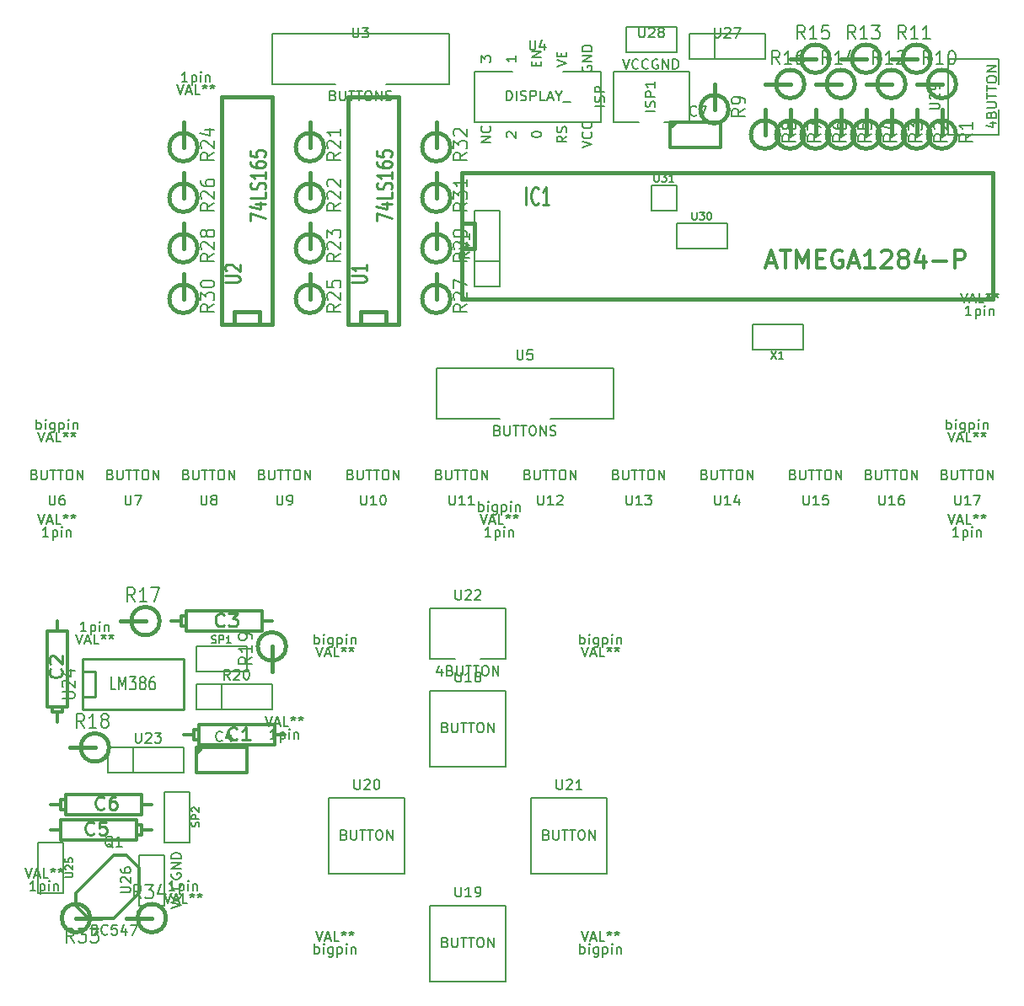
<source format=gto>
G04 (created by PCBNEW (2013-07-07 BZR 4022)-stable) date 2014-10-27 00:32:54*
%MOIN*%
G04 Gerber Fmt 3.4, Leading zero omitted, Abs format*
%FSLAX34Y34*%
G01*
G70*
G90*
G04 APERTURE LIST*
%ADD10C,0.00590551*%
%ADD11C,0.015*%
%ADD12C,0.006*%
%ADD13C,0.01*%
%ADD14C,0.012*%
%ADD15C,0.008*%
%ADD16C,0.01125*%
G04 APERTURE END LIST*
G54D10*
G54D11*
X35500Y-8500D02*
X35500Y-7500D01*
X36059Y-8500D02*
G75*
G03X36059Y-8500I-559J0D01*
G74*
G01*
X43500Y-6500D02*
X42500Y-6500D01*
X44059Y-6500D02*
G75*
G03X44059Y-6500I-559J0D01*
G74*
G01*
X42500Y-7500D02*
X41500Y-7500D01*
X43059Y-7500D02*
G75*
G03X43059Y-7500I-559J0D01*
G74*
G01*
X41500Y-6500D02*
X40500Y-6500D01*
X42059Y-6500D02*
G75*
G03X42059Y-6500I-559J0D01*
G74*
G01*
X40500Y-7500D02*
X39500Y-7500D01*
X41059Y-7500D02*
G75*
G03X41059Y-7500I-559J0D01*
G74*
G01*
X39500Y-6500D02*
X38500Y-6500D01*
X40059Y-6500D02*
G75*
G03X40059Y-6500I-559J0D01*
G74*
G01*
X44500Y-9500D02*
X44500Y-8500D01*
X45059Y-9500D02*
G75*
G03X45059Y-9500I-559J0D01*
G74*
G01*
X43500Y-9500D02*
X43500Y-8500D01*
X44059Y-9500D02*
G75*
G03X44059Y-9500I-559J0D01*
G74*
G01*
X42500Y-9500D02*
X42500Y-8500D01*
X43059Y-9500D02*
G75*
G03X43059Y-9500I-559J0D01*
G74*
G01*
X41500Y-9500D02*
X41500Y-8500D01*
X42059Y-9500D02*
G75*
G03X42059Y-9500I-559J0D01*
G74*
G01*
X40500Y-9500D02*
X40500Y-8500D01*
X41059Y-9500D02*
G75*
G03X41059Y-9500I-559J0D01*
G74*
G01*
X39500Y-9500D02*
X39500Y-8500D01*
X40059Y-9500D02*
G75*
G03X40059Y-9500I-559J0D01*
G74*
G01*
X38500Y-7500D02*
X37500Y-7500D01*
X39059Y-7500D02*
G75*
G03X39059Y-7500I-559J0D01*
G74*
G01*
X38500Y-9500D02*
X38500Y-8500D01*
X39059Y-9500D02*
G75*
G03X39059Y-9500I-559J0D01*
G74*
G01*
X37500Y-9500D02*
X37500Y-8500D01*
X38059Y-9500D02*
G75*
G03X38059Y-9500I-559J0D01*
G74*
G01*
X25500Y-13000D02*
X26000Y-13000D01*
X26000Y-13000D02*
X26000Y-14000D01*
X26000Y-14000D02*
X25500Y-14000D01*
X25500Y-11000D02*
X46500Y-11000D01*
X46500Y-11000D02*
X46500Y-16000D01*
X46500Y-16000D02*
X25500Y-16000D01*
X25500Y-16000D02*
X25500Y-11000D01*
X44500Y-7500D02*
X43500Y-7500D01*
X45059Y-7500D02*
G75*
G03X45059Y-7500I-559J0D01*
G74*
G01*
G54D10*
X32500Y-9000D02*
X31500Y-9000D01*
X31500Y-9000D02*
X31500Y-7000D01*
X31500Y-7000D02*
X34500Y-7000D01*
X34500Y-7000D02*
X34500Y-9000D01*
X34500Y-9000D02*
X33500Y-9000D01*
G54D11*
X21500Y-17000D02*
X21500Y-17000D01*
X21500Y-17000D02*
X21500Y-16500D01*
X21500Y-16500D02*
X22500Y-16500D01*
X22500Y-16500D02*
X22500Y-17000D01*
X21000Y-17000D02*
X21000Y-8000D01*
X21000Y-8000D02*
X23000Y-8000D01*
X23000Y-8000D02*
X23000Y-17000D01*
X23000Y-17000D02*
X21000Y-17000D01*
X16500Y-17000D02*
X16500Y-17000D01*
X16500Y-17000D02*
X16500Y-16500D01*
X16500Y-16500D02*
X17500Y-16500D01*
X17500Y-16500D02*
X17500Y-17000D01*
X16000Y-17000D02*
X16000Y-8000D01*
X16000Y-8000D02*
X18000Y-8000D01*
X18000Y-8000D02*
X18000Y-17000D01*
X18000Y-17000D02*
X16000Y-17000D01*
G54D10*
X18000Y-5500D02*
X18000Y-7500D01*
X18000Y-7500D02*
X20500Y-7500D01*
X18000Y-5500D02*
X25000Y-5500D01*
X25000Y-5500D02*
X25000Y-7500D01*
X25000Y-7500D02*
X22500Y-7500D01*
X26000Y-9000D02*
X31000Y-9000D01*
X31000Y-9000D02*
X31000Y-7000D01*
X31000Y-7000D02*
X29500Y-7000D01*
X26000Y-9000D02*
X26000Y-7000D01*
X26000Y-7000D02*
X27500Y-7000D01*
X24500Y-18750D02*
X24500Y-20750D01*
X24500Y-20750D02*
X27000Y-20750D01*
X24500Y-18750D02*
X31500Y-18750D01*
X31500Y-18750D02*
X31500Y-20750D01*
X31500Y-20750D02*
X29000Y-20750D01*
G54D11*
X13000Y-28750D02*
X12000Y-28750D01*
X13559Y-28750D02*
G75*
G03X13559Y-28750I-559J0D01*
G74*
G01*
X11000Y-33750D02*
X10000Y-33750D01*
X11559Y-33750D02*
G75*
G03X11559Y-33750I-559J0D01*
G74*
G01*
X18000Y-29750D02*
X18000Y-30750D01*
X18559Y-29750D02*
G75*
G03X18559Y-29750I-559J0D01*
G74*
G01*
G54D12*
X15000Y-32250D02*
X15000Y-31250D01*
X15000Y-31250D02*
X18000Y-31250D01*
X18000Y-31250D02*
X18000Y-32250D01*
X18000Y-32250D02*
X15000Y-32250D01*
X16000Y-31250D02*
X16000Y-32250D01*
X15000Y-30750D02*
X15000Y-29750D01*
X15000Y-29750D02*
X17000Y-29750D01*
X17000Y-29750D02*
X17000Y-30750D01*
X17000Y-30750D02*
X15000Y-30750D01*
G54D13*
X10500Y-30750D02*
X11000Y-30750D01*
X11000Y-30750D02*
X11000Y-31750D01*
X11000Y-31750D02*
X10500Y-31750D01*
X10500Y-30250D02*
X14500Y-30250D01*
X14500Y-30250D02*
X14500Y-32250D01*
X14500Y-32250D02*
X10500Y-32250D01*
X10500Y-32250D02*
X10500Y-30250D01*
G54D14*
X9500Y-28750D02*
X9500Y-29150D01*
X9500Y-29150D02*
X9900Y-29150D01*
X9900Y-29150D02*
X9900Y-32150D01*
X9900Y-32150D02*
X9100Y-32150D01*
X9100Y-32150D02*
X9100Y-29150D01*
X9100Y-29150D02*
X9500Y-29150D01*
X9500Y-32750D02*
X9500Y-32350D01*
X9700Y-32150D02*
X9700Y-32350D01*
X9700Y-32350D02*
X9300Y-32350D01*
X9300Y-32350D02*
X9300Y-32150D01*
X18500Y-33250D02*
X18100Y-33250D01*
X18100Y-33250D02*
X18100Y-33650D01*
X18100Y-33650D02*
X15100Y-33650D01*
X15100Y-33650D02*
X15100Y-32850D01*
X15100Y-32850D02*
X18100Y-32850D01*
X18100Y-32850D02*
X18100Y-33250D01*
X14500Y-33250D02*
X14900Y-33250D01*
X15100Y-33450D02*
X14900Y-33450D01*
X14900Y-33450D02*
X14900Y-33050D01*
X14900Y-33050D02*
X15100Y-33050D01*
X18000Y-28750D02*
X17600Y-28750D01*
X17600Y-28750D02*
X17600Y-29150D01*
X17600Y-29150D02*
X14600Y-29150D01*
X14600Y-29150D02*
X14600Y-28350D01*
X14600Y-28350D02*
X17600Y-28350D01*
X17600Y-28350D02*
X17600Y-28750D01*
X14000Y-28750D02*
X14400Y-28750D01*
X14600Y-28950D02*
X14400Y-28950D01*
X14400Y-28950D02*
X14400Y-28550D01*
X14400Y-28550D02*
X14600Y-28550D01*
X15020Y-33750D02*
X17000Y-33750D01*
X17000Y-33750D02*
X17000Y-34750D01*
X17000Y-34750D02*
X15000Y-34750D01*
X15000Y-34750D02*
X15000Y-33750D01*
X15000Y-34000D02*
X15250Y-33750D01*
G54D12*
X11500Y-34750D02*
X11500Y-33750D01*
X11500Y-33750D02*
X14500Y-33750D01*
X14500Y-33750D02*
X14500Y-34750D01*
X14500Y-34750D02*
X11500Y-34750D01*
X12500Y-33750D02*
X12500Y-34750D01*
G54D11*
X24500Y-10000D02*
X24500Y-9000D01*
X25059Y-10000D02*
G75*
G03X25059Y-10000I-559J0D01*
G74*
G01*
X24500Y-12000D02*
X24500Y-11000D01*
X25059Y-12000D02*
G75*
G03X25059Y-12000I-559J0D01*
G74*
G01*
X24500Y-14000D02*
X24500Y-13000D01*
X25059Y-14000D02*
G75*
G03X25059Y-14000I-559J0D01*
G74*
G01*
X24500Y-16000D02*
X24500Y-15000D01*
X25059Y-16000D02*
G75*
G03X25059Y-16000I-559J0D01*
G74*
G01*
X19500Y-16000D02*
X19500Y-15000D01*
X20059Y-16000D02*
G75*
G03X20059Y-16000I-559J0D01*
G74*
G01*
X19500Y-14000D02*
X19500Y-13000D01*
X20059Y-14000D02*
G75*
G03X20059Y-14000I-559J0D01*
G74*
G01*
X19500Y-12000D02*
X19500Y-11000D01*
X20059Y-12000D02*
G75*
G03X20059Y-12000I-559J0D01*
G74*
G01*
X19500Y-10000D02*
X19500Y-9000D01*
X20059Y-10000D02*
G75*
G03X20059Y-10000I-559J0D01*
G74*
G01*
X14500Y-16000D02*
X14500Y-15000D01*
X15059Y-16000D02*
G75*
G03X15059Y-16000I-559J0D01*
G74*
G01*
X14500Y-14000D02*
X14500Y-13000D01*
X15059Y-14000D02*
G75*
G03X15059Y-14000I-559J0D01*
G74*
G01*
X14500Y-12000D02*
X14500Y-11000D01*
X15059Y-12000D02*
G75*
G03X15059Y-12000I-559J0D01*
G74*
G01*
X14500Y-10000D02*
X14500Y-9000D01*
X15059Y-10000D02*
G75*
G03X15059Y-10000I-559J0D01*
G74*
G01*
G54D10*
X12750Y-40000D02*
X12750Y-38000D01*
X12750Y-38000D02*
X13750Y-38000D01*
X13750Y-38000D02*
X13750Y-40000D01*
X13750Y-40000D02*
X12750Y-40000D01*
G54D14*
X11750Y-38000D02*
X10250Y-39500D01*
X10250Y-39500D02*
X10250Y-40000D01*
X10250Y-40000D02*
X10750Y-40500D01*
X10750Y-40500D02*
X11750Y-40500D01*
X11750Y-40500D02*
X12750Y-39500D01*
X12750Y-39500D02*
X12750Y-38500D01*
X12750Y-38500D02*
X12250Y-38000D01*
X12250Y-38000D02*
X11750Y-38000D01*
G54D11*
X10250Y-40500D02*
X11250Y-40500D01*
X10809Y-40500D02*
G75*
G03X10809Y-40500I-559J0D01*
G74*
G01*
X13250Y-40500D02*
X12250Y-40500D01*
X13809Y-40500D02*
G75*
G03X13809Y-40500I-559J0D01*
G74*
G01*
G54D12*
X8750Y-37500D02*
X9750Y-37500D01*
X9750Y-37500D02*
X9750Y-39500D01*
X9750Y-39500D02*
X8750Y-39500D01*
X8750Y-39500D02*
X8750Y-37500D01*
X13750Y-35500D02*
X14750Y-35500D01*
X14750Y-35500D02*
X14750Y-37500D01*
X14750Y-37500D02*
X13750Y-37500D01*
X13750Y-37500D02*
X13750Y-35500D01*
G54D14*
X13250Y-36000D02*
X12850Y-36000D01*
X12850Y-36000D02*
X12850Y-36400D01*
X12850Y-36400D02*
X9850Y-36400D01*
X9850Y-36400D02*
X9850Y-35600D01*
X9850Y-35600D02*
X12850Y-35600D01*
X12850Y-35600D02*
X12850Y-36000D01*
X9250Y-36000D02*
X9650Y-36000D01*
X9850Y-36200D02*
X9650Y-36200D01*
X9650Y-36200D02*
X9650Y-35800D01*
X9650Y-35800D02*
X9850Y-35800D01*
X9250Y-37000D02*
X9650Y-37000D01*
X9650Y-37000D02*
X9650Y-36600D01*
X9650Y-36600D02*
X12650Y-36600D01*
X12650Y-36600D02*
X12650Y-37400D01*
X12650Y-37400D02*
X9650Y-37400D01*
X9650Y-37400D02*
X9650Y-37000D01*
X13250Y-37000D02*
X12850Y-37000D01*
X12650Y-36800D02*
X12850Y-36800D01*
X12850Y-36800D02*
X12850Y-37200D01*
X12850Y-37200D02*
X12650Y-37200D01*
G54D12*
X34500Y-6500D02*
X34500Y-5500D01*
X34500Y-5500D02*
X37500Y-5500D01*
X37500Y-5500D02*
X37500Y-6500D01*
X37500Y-6500D02*
X34500Y-6500D01*
X35500Y-5500D02*
X35500Y-6500D01*
G54D10*
X32000Y-5250D02*
X34000Y-5250D01*
X34000Y-5250D02*
X34000Y-6250D01*
X34000Y-6250D02*
X32000Y-6250D01*
X32000Y-6250D02*
X32000Y-5250D01*
X24250Y-40000D02*
X27250Y-40000D01*
X27250Y-40000D02*
X27250Y-43000D01*
X27250Y-43000D02*
X24250Y-43000D01*
X24250Y-43000D02*
X24250Y-40000D01*
X20250Y-35750D02*
X23250Y-35750D01*
X23250Y-35750D02*
X23250Y-38750D01*
X23250Y-38750D02*
X20250Y-38750D01*
X20250Y-38750D02*
X20250Y-35750D01*
X28250Y-35750D02*
X31250Y-35750D01*
X31250Y-35750D02*
X31250Y-38750D01*
X31250Y-38750D02*
X28250Y-38750D01*
X28250Y-38750D02*
X28250Y-35750D01*
X24250Y-31500D02*
X27250Y-31500D01*
X27250Y-31500D02*
X27250Y-34500D01*
X27250Y-34500D02*
X24250Y-34500D01*
X24250Y-34500D02*
X24250Y-31500D01*
X24250Y-28250D02*
X27250Y-28250D01*
X25250Y-30250D02*
X24250Y-30250D01*
X24250Y-30250D02*
X24250Y-28250D01*
X24250Y-28250D02*
X27250Y-28250D01*
X27250Y-28250D02*
X27250Y-30250D01*
X27250Y-30250D02*
X26250Y-30250D01*
G54D14*
X33770Y-9000D02*
X35750Y-9000D01*
X35750Y-9000D02*
X35750Y-10000D01*
X35750Y-10000D02*
X33750Y-10000D01*
X33750Y-10000D02*
X33750Y-9000D01*
X33750Y-9250D02*
X34000Y-9000D01*
G54D12*
X39000Y-17000D02*
X39000Y-18000D01*
X39000Y-18000D02*
X37000Y-18000D01*
X37000Y-18000D02*
X37000Y-17000D01*
X37000Y-17000D02*
X39000Y-17000D01*
G54D10*
X44750Y-9500D02*
X44750Y-6500D01*
X46750Y-8500D02*
X46750Y-9500D01*
X46750Y-9500D02*
X44750Y-9500D01*
X44750Y-9500D02*
X44750Y-6500D01*
X44750Y-6500D02*
X46750Y-6500D01*
X46750Y-6500D02*
X46750Y-7500D01*
G54D12*
X27000Y-15500D02*
X26000Y-15500D01*
X26000Y-15500D02*
X26000Y-12500D01*
X26000Y-12500D02*
X27000Y-12500D01*
X27000Y-12500D02*
X27000Y-15500D01*
X26000Y-14500D02*
X27000Y-14500D01*
X34000Y-14000D02*
X34000Y-13000D01*
X34000Y-13000D02*
X36000Y-13000D01*
X36000Y-13000D02*
X36000Y-14000D01*
X36000Y-14000D02*
X34000Y-14000D01*
X34000Y-12500D02*
X33000Y-12500D01*
X33000Y-11500D02*
X34000Y-11500D01*
X33000Y-12500D02*
X33000Y-11500D01*
X34000Y-11500D02*
X34000Y-12500D01*
G54D15*
X36722Y-8483D02*
X36460Y-8650D01*
X36722Y-8769D02*
X36172Y-8769D01*
X36172Y-8578D01*
X36198Y-8530D01*
X36225Y-8507D01*
X36277Y-8483D01*
X36355Y-8483D01*
X36408Y-8507D01*
X36434Y-8530D01*
X36460Y-8578D01*
X36460Y-8769D01*
X36722Y-8245D02*
X36722Y-8150D01*
X36696Y-8102D01*
X36670Y-8078D01*
X36591Y-8030D01*
X36486Y-8007D01*
X36277Y-8007D01*
X36225Y-8030D01*
X36198Y-8054D01*
X36172Y-8102D01*
X36172Y-8197D01*
X36198Y-8245D01*
X36225Y-8269D01*
X36277Y-8292D01*
X36408Y-8292D01*
X36460Y-8269D01*
X36486Y-8245D01*
X36513Y-8197D01*
X36513Y-8102D01*
X36486Y-8054D01*
X36460Y-8030D01*
X36408Y-8007D01*
X43078Y-5722D02*
X42911Y-5460D01*
X42792Y-5722D02*
X42792Y-5172D01*
X42983Y-5172D01*
X43030Y-5198D01*
X43054Y-5225D01*
X43078Y-5277D01*
X43078Y-5355D01*
X43054Y-5408D01*
X43030Y-5434D01*
X42983Y-5460D01*
X42792Y-5460D01*
X43554Y-5722D02*
X43269Y-5722D01*
X43411Y-5722D02*
X43411Y-5172D01*
X43364Y-5251D01*
X43316Y-5303D01*
X43269Y-5329D01*
X44030Y-5722D02*
X43745Y-5722D01*
X43888Y-5722D02*
X43888Y-5172D01*
X43840Y-5251D01*
X43792Y-5303D01*
X43745Y-5329D01*
X42078Y-6722D02*
X41911Y-6460D01*
X41792Y-6722D02*
X41792Y-6172D01*
X41983Y-6172D01*
X42030Y-6198D01*
X42054Y-6225D01*
X42078Y-6277D01*
X42078Y-6355D01*
X42054Y-6408D01*
X42030Y-6434D01*
X41983Y-6460D01*
X41792Y-6460D01*
X42554Y-6722D02*
X42269Y-6722D01*
X42411Y-6722D02*
X42411Y-6172D01*
X42364Y-6251D01*
X42316Y-6303D01*
X42269Y-6329D01*
X42745Y-6225D02*
X42769Y-6198D01*
X42816Y-6172D01*
X42935Y-6172D01*
X42983Y-6198D01*
X43007Y-6225D01*
X43030Y-6277D01*
X43030Y-6329D01*
X43007Y-6408D01*
X42721Y-6722D01*
X43030Y-6722D01*
X41078Y-5722D02*
X40911Y-5460D01*
X40792Y-5722D02*
X40792Y-5172D01*
X40983Y-5172D01*
X41030Y-5198D01*
X41054Y-5225D01*
X41078Y-5277D01*
X41078Y-5355D01*
X41054Y-5408D01*
X41030Y-5434D01*
X40983Y-5460D01*
X40792Y-5460D01*
X41554Y-5722D02*
X41269Y-5722D01*
X41411Y-5722D02*
X41411Y-5172D01*
X41364Y-5251D01*
X41316Y-5303D01*
X41269Y-5329D01*
X41721Y-5172D02*
X42030Y-5172D01*
X41864Y-5382D01*
X41935Y-5382D01*
X41983Y-5408D01*
X42007Y-5434D01*
X42030Y-5486D01*
X42030Y-5617D01*
X42007Y-5670D01*
X41983Y-5696D01*
X41935Y-5722D01*
X41792Y-5722D01*
X41745Y-5696D01*
X41721Y-5670D01*
X40078Y-6722D02*
X39911Y-6460D01*
X39792Y-6722D02*
X39792Y-6172D01*
X39983Y-6172D01*
X40030Y-6198D01*
X40054Y-6225D01*
X40078Y-6277D01*
X40078Y-6355D01*
X40054Y-6408D01*
X40030Y-6434D01*
X39983Y-6460D01*
X39792Y-6460D01*
X40554Y-6722D02*
X40269Y-6722D01*
X40411Y-6722D02*
X40411Y-6172D01*
X40364Y-6251D01*
X40316Y-6303D01*
X40269Y-6329D01*
X40983Y-6355D02*
X40983Y-6722D01*
X40864Y-6146D02*
X40745Y-6539D01*
X41054Y-6539D01*
X39078Y-5722D02*
X38911Y-5460D01*
X38792Y-5722D02*
X38792Y-5172D01*
X38983Y-5172D01*
X39030Y-5198D01*
X39054Y-5225D01*
X39078Y-5277D01*
X39078Y-5355D01*
X39054Y-5408D01*
X39030Y-5434D01*
X38983Y-5460D01*
X38792Y-5460D01*
X39554Y-5722D02*
X39269Y-5722D01*
X39411Y-5722D02*
X39411Y-5172D01*
X39364Y-5251D01*
X39316Y-5303D01*
X39269Y-5329D01*
X40007Y-5172D02*
X39769Y-5172D01*
X39745Y-5434D01*
X39769Y-5408D01*
X39816Y-5382D01*
X39935Y-5382D01*
X39983Y-5408D01*
X40007Y-5434D01*
X40030Y-5486D01*
X40030Y-5617D01*
X40007Y-5670D01*
X39983Y-5696D01*
X39935Y-5722D01*
X39816Y-5722D01*
X39769Y-5696D01*
X39745Y-5670D01*
X45722Y-9483D02*
X45460Y-9650D01*
X45722Y-9769D02*
X45172Y-9769D01*
X45172Y-9578D01*
X45198Y-9530D01*
X45225Y-9507D01*
X45277Y-9483D01*
X45355Y-9483D01*
X45408Y-9507D01*
X45434Y-9530D01*
X45460Y-9578D01*
X45460Y-9769D01*
X45722Y-9007D02*
X45722Y-9292D01*
X45722Y-9150D02*
X45172Y-9150D01*
X45251Y-9197D01*
X45303Y-9245D01*
X45329Y-9292D01*
X44722Y-9483D02*
X44460Y-9650D01*
X44722Y-9769D02*
X44172Y-9769D01*
X44172Y-9578D01*
X44198Y-9530D01*
X44225Y-9507D01*
X44277Y-9483D01*
X44355Y-9483D01*
X44408Y-9507D01*
X44434Y-9530D01*
X44460Y-9578D01*
X44460Y-9769D01*
X44225Y-9292D02*
X44198Y-9269D01*
X44172Y-9221D01*
X44172Y-9102D01*
X44198Y-9054D01*
X44225Y-9030D01*
X44277Y-9007D01*
X44329Y-9007D01*
X44408Y-9030D01*
X44722Y-9316D01*
X44722Y-9007D01*
X43722Y-9483D02*
X43460Y-9650D01*
X43722Y-9769D02*
X43172Y-9769D01*
X43172Y-9578D01*
X43198Y-9530D01*
X43225Y-9507D01*
X43277Y-9483D01*
X43355Y-9483D01*
X43408Y-9507D01*
X43434Y-9530D01*
X43460Y-9578D01*
X43460Y-9769D01*
X43172Y-9316D02*
X43172Y-9007D01*
X43382Y-9173D01*
X43382Y-9102D01*
X43408Y-9054D01*
X43434Y-9030D01*
X43486Y-9007D01*
X43617Y-9007D01*
X43670Y-9030D01*
X43696Y-9054D01*
X43722Y-9102D01*
X43722Y-9245D01*
X43696Y-9292D01*
X43670Y-9316D01*
X42722Y-9483D02*
X42460Y-9650D01*
X42722Y-9769D02*
X42172Y-9769D01*
X42172Y-9578D01*
X42198Y-9530D01*
X42225Y-9507D01*
X42277Y-9483D01*
X42355Y-9483D01*
X42408Y-9507D01*
X42434Y-9530D01*
X42460Y-9578D01*
X42460Y-9769D01*
X42355Y-9054D02*
X42722Y-9054D01*
X42146Y-9173D02*
X42539Y-9292D01*
X42539Y-8983D01*
X41722Y-9483D02*
X41460Y-9650D01*
X41722Y-9769D02*
X41172Y-9769D01*
X41172Y-9578D01*
X41198Y-9530D01*
X41225Y-9507D01*
X41277Y-9483D01*
X41355Y-9483D01*
X41408Y-9507D01*
X41434Y-9530D01*
X41460Y-9578D01*
X41460Y-9769D01*
X41172Y-9030D02*
X41172Y-9269D01*
X41434Y-9292D01*
X41408Y-9269D01*
X41382Y-9221D01*
X41382Y-9102D01*
X41408Y-9054D01*
X41434Y-9030D01*
X41486Y-9007D01*
X41617Y-9007D01*
X41670Y-9030D01*
X41696Y-9054D01*
X41722Y-9102D01*
X41722Y-9221D01*
X41696Y-9269D01*
X41670Y-9292D01*
X40722Y-9483D02*
X40460Y-9650D01*
X40722Y-9769D02*
X40172Y-9769D01*
X40172Y-9578D01*
X40198Y-9530D01*
X40225Y-9507D01*
X40277Y-9483D01*
X40355Y-9483D01*
X40408Y-9507D01*
X40434Y-9530D01*
X40460Y-9578D01*
X40460Y-9769D01*
X40172Y-9054D02*
X40172Y-9150D01*
X40198Y-9197D01*
X40225Y-9221D01*
X40303Y-9269D01*
X40408Y-9292D01*
X40617Y-9292D01*
X40670Y-9269D01*
X40696Y-9245D01*
X40722Y-9197D01*
X40722Y-9102D01*
X40696Y-9054D01*
X40670Y-9030D01*
X40617Y-9007D01*
X40486Y-9007D01*
X40434Y-9030D01*
X40408Y-9054D01*
X40382Y-9102D01*
X40382Y-9197D01*
X40408Y-9245D01*
X40434Y-9269D01*
X40486Y-9292D01*
X38078Y-6722D02*
X37911Y-6460D01*
X37792Y-6722D02*
X37792Y-6172D01*
X37983Y-6172D01*
X38030Y-6198D01*
X38054Y-6225D01*
X38078Y-6277D01*
X38078Y-6355D01*
X38054Y-6408D01*
X38030Y-6434D01*
X37983Y-6460D01*
X37792Y-6460D01*
X38554Y-6722D02*
X38269Y-6722D01*
X38411Y-6722D02*
X38411Y-6172D01*
X38364Y-6251D01*
X38316Y-6303D01*
X38269Y-6329D01*
X38983Y-6172D02*
X38888Y-6172D01*
X38840Y-6198D01*
X38816Y-6225D01*
X38769Y-6303D01*
X38745Y-6408D01*
X38745Y-6617D01*
X38769Y-6670D01*
X38792Y-6696D01*
X38840Y-6722D01*
X38935Y-6722D01*
X38983Y-6696D01*
X39007Y-6670D01*
X39030Y-6617D01*
X39030Y-6486D01*
X39007Y-6434D01*
X38983Y-6408D01*
X38935Y-6382D01*
X38840Y-6382D01*
X38792Y-6408D01*
X38769Y-6434D01*
X38745Y-6486D01*
X39722Y-9483D02*
X39460Y-9650D01*
X39722Y-9769D02*
X39172Y-9769D01*
X39172Y-9578D01*
X39198Y-9530D01*
X39225Y-9507D01*
X39277Y-9483D01*
X39355Y-9483D01*
X39408Y-9507D01*
X39434Y-9530D01*
X39460Y-9578D01*
X39460Y-9769D01*
X39172Y-9316D02*
X39172Y-8983D01*
X39722Y-9197D01*
X38722Y-9483D02*
X38460Y-9650D01*
X38722Y-9769D02*
X38172Y-9769D01*
X38172Y-9578D01*
X38198Y-9530D01*
X38225Y-9507D01*
X38277Y-9483D01*
X38355Y-9483D01*
X38408Y-9507D01*
X38434Y-9530D01*
X38460Y-9578D01*
X38460Y-9769D01*
X38408Y-9197D02*
X38382Y-9245D01*
X38355Y-9269D01*
X38303Y-9292D01*
X38277Y-9292D01*
X38225Y-9269D01*
X38198Y-9245D01*
X38172Y-9197D01*
X38172Y-9102D01*
X38198Y-9054D01*
X38225Y-9030D01*
X38277Y-9007D01*
X38303Y-9007D01*
X38355Y-9030D01*
X38382Y-9054D01*
X38408Y-9102D01*
X38408Y-9197D01*
X38434Y-9245D01*
X38460Y-9269D01*
X38513Y-9292D01*
X38617Y-9292D01*
X38670Y-9269D01*
X38696Y-9245D01*
X38722Y-9197D01*
X38722Y-9102D01*
X38696Y-9054D01*
X38670Y-9030D01*
X38617Y-9007D01*
X38513Y-9007D01*
X38460Y-9030D01*
X38434Y-9054D01*
X38408Y-9102D01*
G54D16*
X28060Y-12283D02*
X28060Y-11583D01*
X28532Y-12216D02*
X28510Y-12250D01*
X28446Y-12283D01*
X28403Y-12283D01*
X28339Y-12250D01*
X28296Y-12183D01*
X28275Y-12116D01*
X28253Y-11983D01*
X28253Y-11883D01*
X28275Y-11750D01*
X28296Y-11683D01*
X28339Y-11616D01*
X28403Y-11583D01*
X28446Y-11583D01*
X28510Y-11616D01*
X28532Y-11650D01*
X28960Y-12283D02*
X28703Y-12283D01*
X28832Y-12283D02*
X28832Y-11583D01*
X28789Y-11683D01*
X28746Y-11750D01*
X28703Y-11783D01*
G54D14*
X37583Y-14583D02*
X37916Y-14583D01*
X37516Y-14783D02*
X37750Y-14083D01*
X37983Y-14783D01*
X38116Y-14083D02*
X38516Y-14083D01*
X38316Y-14783D02*
X38316Y-14083D01*
X38750Y-14783D02*
X38750Y-14083D01*
X38983Y-14583D01*
X39216Y-14083D01*
X39216Y-14783D01*
X39550Y-14416D02*
X39783Y-14416D01*
X39883Y-14783D02*
X39550Y-14783D01*
X39550Y-14083D01*
X39883Y-14083D01*
X40550Y-14116D02*
X40483Y-14083D01*
X40383Y-14083D01*
X40283Y-14116D01*
X40216Y-14183D01*
X40183Y-14250D01*
X40150Y-14383D01*
X40150Y-14483D01*
X40183Y-14616D01*
X40216Y-14683D01*
X40283Y-14750D01*
X40383Y-14783D01*
X40450Y-14783D01*
X40550Y-14750D01*
X40583Y-14716D01*
X40583Y-14483D01*
X40450Y-14483D01*
X40850Y-14583D02*
X41183Y-14583D01*
X40783Y-14783D02*
X41016Y-14083D01*
X41250Y-14783D01*
X41850Y-14783D02*
X41450Y-14783D01*
X41650Y-14783D02*
X41650Y-14083D01*
X41583Y-14183D01*
X41516Y-14250D01*
X41450Y-14283D01*
X42116Y-14150D02*
X42150Y-14116D01*
X42216Y-14083D01*
X42383Y-14083D01*
X42450Y-14116D01*
X42483Y-14150D01*
X42516Y-14216D01*
X42516Y-14283D01*
X42483Y-14383D01*
X42083Y-14783D01*
X42516Y-14783D01*
X42916Y-14383D02*
X42850Y-14350D01*
X42816Y-14316D01*
X42783Y-14250D01*
X42783Y-14216D01*
X42816Y-14150D01*
X42850Y-14116D01*
X42916Y-14083D01*
X43050Y-14083D01*
X43116Y-14116D01*
X43150Y-14150D01*
X43183Y-14216D01*
X43183Y-14250D01*
X43150Y-14316D01*
X43116Y-14350D01*
X43050Y-14383D01*
X42916Y-14383D01*
X42850Y-14416D01*
X42816Y-14450D01*
X42783Y-14516D01*
X42783Y-14650D01*
X42816Y-14716D01*
X42850Y-14750D01*
X42916Y-14783D01*
X43050Y-14783D01*
X43116Y-14750D01*
X43150Y-14716D01*
X43183Y-14650D01*
X43183Y-14516D01*
X43150Y-14450D01*
X43116Y-14416D01*
X43050Y-14383D01*
X43783Y-14316D02*
X43783Y-14783D01*
X43616Y-14050D02*
X43450Y-14550D01*
X43883Y-14550D01*
X44150Y-14516D02*
X44683Y-14516D01*
X45016Y-14783D02*
X45016Y-14083D01*
X45283Y-14083D01*
X45350Y-14116D01*
X45383Y-14150D01*
X45416Y-14216D01*
X45416Y-14316D01*
X45383Y-14383D01*
X45350Y-14416D01*
X45283Y-14450D01*
X45016Y-14450D01*
G54D15*
X44078Y-6722D02*
X43911Y-6460D01*
X43792Y-6722D02*
X43792Y-6172D01*
X43983Y-6172D01*
X44030Y-6198D01*
X44054Y-6225D01*
X44078Y-6277D01*
X44078Y-6355D01*
X44054Y-6408D01*
X44030Y-6434D01*
X43983Y-6460D01*
X43792Y-6460D01*
X44554Y-6722D02*
X44269Y-6722D01*
X44411Y-6722D02*
X44411Y-6172D01*
X44364Y-6251D01*
X44316Y-6303D01*
X44269Y-6329D01*
X44864Y-6172D02*
X44911Y-6172D01*
X44959Y-6198D01*
X44983Y-6225D01*
X45007Y-6277D01*
X45030Y-6382D01*
X45030Y-6513D01*
X45007Y-6617D01*
X44983Y-6670D01*
X44959Y-6696D01*
X44911Y-6722D01*
X44864Y-6722D01*
X44816Y-6696D01*
X44792Y-6670D01*
X44769Y-6617D01*
X44745Y-6513D01*
X44745Y-6382D01*
X44769Y-6277D01*
X44792Y-6225D01*
X44816Y-6198D01*
X44864Y-6172D01*
G54D10*
X33159Y-8571D02*
X32765Y-8571D01*
X33140Y-8403D02*
X33159Y-8346D01*
X33159Y-8253D01*
X33140Y-8215D01*
X33121Y-8196D01*
X33084Y-8178D01*
X33046Y-8178D01*
X33009Y-8196D01*
X32990Y-8215D01*
X32971Y-8253D01*
X32953Y-8328D01*
X32934Y-8365D01*
X32915Y-8384D01*
X32878Y-8403D01*
X32840Y-8403D01*
X32803Y-8384D01*
X32784Y-8365D01*
X32765Y-8328D01*
X32765Y-8234D01*
X32784Y-8178D01*
X33159Y-8009D02*
X32765Y-8009D01*
X32765Y-7859D01*
X32784Y-7821D01*
X32803Y-7803D01*
X32840Y-7784D01*
X32896Y-7784D01*
X32934Y-7803D01*
X32953Y-7821D01*
X32971Y-7859D01*
X32971Y-8009D01*
X33159Y-7409D02*
X33159Y-7634D01*
X33159Y-7521D02*
X32765Y-7521D01*
X32821Y-7559D01*
X32859Y-7596D01*
X32878Y-7634D01*
X31159Y-8384D02*
X30765Y-8384D01*
X31140Y-8215D02*
X31159Y-8159D01*
X31159Y-8065D01*
X31140Y-8028D01*
X31121Y-8009D01*
X31084Y-7990D01*
X31046Y-7990D01*
X31009Y-8009D01*
X30990Y-8028D01*
X30971Y-8065D01*
X30953Y-8140D01*
X30934Y-8178D01*
X30915Y-8196D01*
X30878Y-8215D01*
X30840Y-8215D01*
X30803Y-8196D01*
X30784Y-8178D01*
X30765Y-8140D01*
X30765Y-8046D01*
X30784Y-7990D01*
X31159Y-7821D02*
X30765Y-7821D01*
X30765Y-7671D01*
X30784Y-7634D01*
X30803Y-7615D01*
X30840Y-7596D01*
X30896Y-7596D01*
X30934Y-7615D01*
X30953Y-7634D01*
X30971Y-7671D01*
X30971Y-7821D01*
G54D16*
X21142Y-15342D02*
X21628Y-15342D01*
X21685Y-15321D01*
X21714Y-15300D01*
X21742Y-15257D01*
X21742Y-15171D01*
X21714Y-15128D01*
X21685Y-15107D01*
X21628Y-15085D01*
X21142Y-15085D01*
X21742Y-14635D02*
X21742Y-14892D01*
X21742Y-14764D02*
X21142Y-14764D01*
X21228Y-14807D01*
X21285Y-14850D01*
X21314Y-14892D01*
G54D14*
G54D16*
X22142Y-12903D02*
X22142Y-12603D01*
X22742Y-12796D01*
X22342Y-12239D02*
X22742Y-12239D01*
X22114Y-12346D02*
X22542Y-12453D01*
X22542Y-12174D01*
X22742Y-11789D02*
X22742Y-12003D01*
X22142Y-12003D01*
X22714Y-11660D02*
X22742Y-11596D01*
X22742Y-11489D01*
X22714Y-11446D01*
X22685Y-11424D01*
X22628Y-11403D01*
X22571Y-11403D01*
X22514Y-11424D01*
X22485Y-11446D01*
X22457Y-11489D01*
X22428Y-11574D01*
X22400Y-11617D01*
X22371Y-11639D01*
X22314Y-11660D01*
X22257Y-11660D01*
X22200Y-11639D01*
X22171Y-11617D01*
X22142Y-11574D01*
X22142Y-11467D01*
X22171Y-11403D01*
X22742Y-10975D02*
X22742Y-11232D01*
X22742Y-11103D02*
X22142Y-11103D01*
X22228Y-11146D01*
X22285Y-11189D01*
X22314Y-11232D01*
X22142Y-10589D02*
X22142Y-10675D01*
X22171Y-10717D01*
X22200Y-10739D01*
X22285Y-10782D01*
X22400Y-10803D01*
X22628Y-10803D01*
X22685Y-10782D01*
X22714Y-10760D01*
X22742Y-10717D01*
X22742Y-10632D01*
X22714Y-10589D01*
X22685Y-10567D01*
X22628Y-10546D01*
X22485Y-10546D01*
X22428Y-10567D01*
X22400Y-10589D01*
X22371Y-10632D01*
X22371Y-10717D01*
X22400Y-10760D01*
X22428Y-10782D01*
X22485Y-10803D01*
X22142Y-10139D02*
X22142Y-10353D01*
X22428Y-10375D01*
X22400Y-10353D01*
X22371Y-10310D01*
X22371Y-10203D01*
X22400Y-10160D01*
X22428Y-10139D01*
X22485Y-10117D01*
X22628Y-10117D01*
X22685Y-10139D01*
X22714Y-10160D01*
X22742Y-10203D01*
X22742Y-10310D01*
X22714Y-10353D01*
X22685Y-10375D01*
G54D14*
G54D16*
X16142Y-15342D02*
X16628Y-15342D01*
X16685Y-15321D01*
X16714Y-15300D01*
X16742Y-15257D01*
X16742Y-15171D01*
X16714Y-15128D01*
X16685Y-15107D01*
X16628Y-15085D01*
X16142Y-15085D01*
X16200Y-14892D02*
X16171Y-14871D01*
X16142Y-14828D01*
X16142Y-14721D01*
X16171Y-14678D01*
X16200Y-14657D01*
X16257Y-14635D01*
X16314Y-14635D01*
X16400Y-14657D01*
X16742Y-14914D01*
X16742Y-14635D01*
G54D14*
G54D16*
X17142Y-12903D02*
X17142Y-12603D01*
X17742Y-12796D01*
X17342Y-12239D02*
X17742Y-12239D01*
X17114Y-12346D02*
X17542Y-12453D01*
X17542Y-12174D01*
X17742Y-11789D02*
X17742Y-12003D01*
X17142Y-12003D01*
X17714Y-11660D02*
X17742Y-11596D01*
X17742Y-11489D01*
X17714Y-11446D01*
X17685Y-11424D01*
X17628Y-11403D01*
X17571Y-11403D01*
X17514Y-11424D01*
X17485Y-11446D01*
X17457Y-11489D01*
X17428Y-11574D01*
X17400Y-11617D01*
X17371Y-11639D01*
X17314Y-11660D01*
X17257Y-11660D01*
X17200Y-11639D01*
X17171Y-11617D01*
X17142Y-11574D01*
X17142Y-11467D01*
X17171Y-11403D01*
X17742Y-10975D02*
X17742Y-11232D01*
X17742Y-11103D02*
X17142Y-11103D01*
X17228Y-11146D01*
X17285Y-11189D01*
X17314Y-11232D01*
X17142Y-10589D02*
X17142Y-10675D01*
X17171Y-10717D01*
X17200Y-10739D01*
X17285Y-10782D01*
X17400Y-10803D01*
X17628Y-10803D01*
X17685Y-10782D01*
X17714Y-10760D01*
X17742Y-10717D01*
X17742Y-10632D01*
X17714Y-10589D01*
X17685Y-10567D01*
X17628Y-10546D01*
X17485Y-10546D01*
X17428Y-10567D01*
X17400Y-10589D01*
X17371Y-10632D01*
X17371Y-10717D01*
X17400Y-10760D01*
X17428Y-10782D01*
X17485Y-10803D01*
X17142Y-10139D02*
X17142Y-10353D01*
X17428Y-10375D01*
X17400Y-10353D01*
X17371Y-10310D01*
X17371Y-10203D01*
X17400Y-10160D01*
X17428Y-10139D01*
X17485Y-10117D01*
X17628Y-10117D01*
X17685Y-10139D01*
X17714Y-10160D01*
X17742Y-10203D01*
X17742Y-10310D01*
X17714Y-10353D01*
X17685Y-10375D01*
G54D14*
G54D10*
X21200Y-5265D02*
X21200Y-5584D01*
X21218Y-5621D01*
X21237Y-5640D01*
X21275Y-5659D01*
X21350Y-5659D01*
X21387Y-5640D01*
X21406Y-5621D01*
X21425Y-5584D01*
X21425Y-5265D01*
X21574Y-5265D02*
X21818Y-5265D01*
X21687Y-5415D01*
X21743Y-5415D01*
X21781Y-5434D01*
X21799Y-5453D01*
X21818Y-5490D01*
X21818Y-5584D01*
X21799Y-5621D01*
X21781Y-5640D01*
X21743Y-5659D01*
X21631Y-5659D01*
X21593Y-5640D01*
X21574Y-5621D01*
X20422Y-7953D02*
X20478Y-7971D01*
X20497Y-7990D01*
X20515Y-8028D01*
X20515Y-8084D01*
X20497Y-8121D01*
X20478Y-8140D01*
X20440Y-8159D01*
X20290Y-8159D01*
X20290Y-7765D01*
X20422Y-7765D01*
X20459Y-7784D01*
X20478Y-7803D01*
X20497Y-7840D01*
X20497Y-7878D01*
X20478Y-7915D01*
X20459Y-7934D01*
X20422Y-7953D01*
X20290Y-7953D01*
X20684Y-7765D02*
X20684Y-8084D01*
X20703Y-8121D01*
X20721Y-8140D01*
X20759Y-8159D01*
X20834Y-8159D01*
X20871Y-8140D01*
X20890Y-8121D01*
X20909Y-8084D01*
X20909Y-7765D01*
X21040Y-7765D02*
X21265Y-7765D01*
X21153Y-8159D02*
X21153Y-7765D01*
X21340Y-7765D02*
X21565Y-7765D01*
X21453Y-8159D02*
X21453Y-7765D01*
X21771Y-7765D02*
X21846Y-7765D01*
X21884Y-7784D01*
X21921Y-7821D01*
X21940Y-7896D01*
X21940Y-8028D01*
X21921Y-8103D01*
X21884Y-8140D01*
X21846Y-8159D01*
X21771Y-8159D01*
X21734Y-8140D01*
X21696Y-8103D01*
X21678Y-8028D01*
X21678Y-7896D01*
X21696Y-7821D01*
X21734Y-7784D01*
X21771Y-7765D01*
X22109Y-8159D02*
X22109Y-7765D01*
X22334Y-8159D01*
X22334Y-7765D01*
X22502Y-8140D02*
X22559Y-8159D01*
X22652Y-8159D01*
X22690Y-8140D01*
X22709Y-8121D01*
X22727Y-8084D01*
X22727Y-8046D01*
X22709Y-8009D01*
X22690Y-7990D01*
X22652Y-7971D01*
X22577Y-7953D01*
X22540Y-7934D01*
X22521Y-7915D01*
X22502Y-7878D01*
X22502Y-7840D01*
X22521Y-7803D01*
X22540Y-7784D01*
X22577Y-7765D01*
X22671Y-7765D01*
X22727Y-7784D01*
X28200Y-5765D02*
X28200Y-6084D01*
X28218Y-6121D01*
X28237Y-6140D01*
X28275Y-6159D01*
X28350Y-6159D01*
X28387Y-6140D01*
X28406Y-6121D01*
X28425Y-6084D01*
X28425Y-5765D01*
X28781Y-5896D02*
X28781Y-6159D01*
X28687Y-5746D02*
X28593Y-6028D01*
X28837Y-6028D01*
X27272Y-8159D02*
X27272Y-7765D01*
X27365Y-7765D01*
X27422Y-7784D01*
X27459Y-7821D01*
X27478Y-7859D01*
X27497Y-7934D01*
X27497Y-7990D01*
X27478Y-8065D01*
X27459Y-8103D01*
X27422Y-8140D01*
X27365Y-8159D01*
X27272Y-8159D01*
X27665Y-8159D02*
X27665Y-7765D01*
X27834Y-8140D02*
X27890Y-8159D01*
X27984Y-8159D01*
X28021Y-8140D01*
X28040Y-8121D01*
X28059Y-8084D01*
X28059Y-8046D01*
X28040Y-8009D01*
X28021Y-7990D01*
X27984Y-7971D01*
X27909Y-7953D01*
X27871Y-7934D01*
X27853Y-7915D01*
X27834Y-7878D01*
X27834Y-7840D01*
X27853Y-7803D01*
X27871Y-7784D01*
X27909Y-7765D01*
X28003Y-7765D01*
X28059Y-7784D01*
X28228Y-8159D02*
X28228Y-7765D01*
X28378Y-7765D01*
X28415Y-7784D01*
X28434Y-7803D01*
X28453Y-7840D01*
X28453Y-7896D01*
X28434Y-7934D01*
X28415Y-7953D01*
X28378Y-7971D01*
X28228Y-7971D01*
X28809Y-8159D02*
X28621Y-8159D01*
X28621Y-7765D01*
X28921Y-8046D02*
X29109Y-8046D01*
X28884Y-8159D02*
X29015Y-7765D01*
X29146Y-8159D01*
X29353Y-7971D02*
X29353Y-8159D01*
X29221Y-7765D02*
X29353Y-7971D01*
X29484Y-7765D01*
X29521Y-8196D02*
X29821Y-8196D01*
X26659Y-9809D02*
X26265Y-9809D01*
X26659Y-9584D01*
X26265Y-9584D01*
X26621Y-9171D02*
X26640Y-9190D01*
X26659Y-9246D01*
X26659Y-9284D01*
X26640Y-9340D01*
X26603Y-9378D01*
X26565Y-9396D01*
X26490Y-9415D01*
X26434Y-9415D01*
X26359Y-9396D01*
X26321Y-9378D01*
X26284Y-9340D01*
X26265Y-9284D01*
X26265Y-9246D01*
X26284Y-9190D01*
X26303Y-9171D01*
X26265Y-6631D02*
X26265Y-6387D01*
X26415Y-6518D01*
X26415Y-6462D01*
X26434Y-6425D01*
X26453Y-6406D01*
X26490Y-6387D01*
X26584Y-6387D01*
X26621Y-6406D01*
X26640Y-6425D01*
X26659Y-6462D01*
X26659Y-6574D01*
X26640Y-6612D01*
X26621Y-6631D01*
X27303Y-9612D02*
X27284Y-9593D01*
X27265Y-9556D01*
X27265Y-9462D01*
X27284Y-9425D01*
X27303Y-9406D01*
X27340Y-9387D01*
X27378Y-9387D01*
X27434Y-9406D01*
X27659Y-9631D01*
X27659Y-9387D01*
X27659Y-6387D02*
X27659Y-6612D01*
X27659Y-6500D02*
X27265Y-6500D01*
X27321Y-6537D01*
X27359Y-6574D01*
X27378Y-6612D01*
X28265Y-9518D02*
X28265Y-9481D01*
X28284Y-9443D01*
X28303Y-9425D01*
X28340Y-9406D01*
X28415Y-9387D01*
X28509Y-9387D01*
X28584Y-9406D01*
X28621Y-9425D01*
X28640Y-9443D01*
X28659Y-9481D01*
X28659Y-9518D01*
X28640Y-9556D01*
X28621Y-9574D01*
X28584Y-9593D01*
X28509Y-9612D01*
X28415Y-9612D01*
X28340Y-9593D01*
X28303Y-9574D01*
X28284Y-9556D01*
X28265Y-9518D01*
X28453Y-6790D02*
X28453Y-6659D01*
X28659Y-6603D02*
X28659Y-6790D01*
X28265Y-6790D01*
X28265Y-6603D01*
X28659Y-6434D02*
X28265Y-6434D01*
X28659Y-6209D01*
X28265Y-6209D01*
X29265Y-6809D02*
X29659Y-6678D01*
X29265Y-6546D01*
X29453Y-6415D02*
X29453Y-6284D01*
X29659Y-6228D02*
X29659Y-6415D01*
X29265Y-6415D01*
X29265Y-6228D01*
X29659Y-9565D02*
X29471Y-9696D01*
X29659Y-9790D02*
X29265Y-9790D01*
X29265Y-9640D01*
X29284Y-9603D01*
X29303Y-9584D01*
X29340Y-9565D01*
X29396Y-9565D01*
X29434Y-9584D01*
X29453Y-9603D01*
X29471Y-9640D01*
X29471Y-9790D01*
X29640Y-9415D02*
X29659Y-9359D01*
X29659Y-9265D01*
X29640Y-9228D01*
X29621Y-9209D01*
X29584Y-9190D01*
X29546Y-9190D01*
X29509Y-9209D01*
X29490Y-9228D01*
X29471Y-9265D01*
X29453Y-9340D01*
X29434Y-9378D01*
X29415Y-9396D01*
X29378Y-9415D01*
X29340Y-9415D01*
X29303Y-9396D01*
X29284Y-9378D01*
X29265Y-9340D01*
X29265Y-9246D01*
X29284Y-9190D01*
X30265Y-10024D02*
X30659Y-9893D01*
X30265Y-9762D01*
X30621Y-9406D02*
X30640Y-9425D01*
X30659Y-9481D01*
X30659Y-9518D01*
X30640Y-9574D01*
X30603Y-9612D01*
X30565Y-9631D01*
X30490Y-9649D01*
X30434Y-9649D01*
X30359Y-9631D01*
X30321Y-9612D01*
X30284Y-9574D01*
X30265Y-9518D01*
X30265Y-9481D01*
X30284Y-9425D01*
X30303Y-9406D01*
X30621Y-9012D02*
X30640Y-9031D01*
X30659Y-9087D01*
X30659Y-9125D01*
X30640Y-9181D01*
X30603Y-9218D01*
X30565Y-9237D01*
X30490Y-9256D01*
X30434Y-9256D01*
X30359Y-9237D01*
X30321Y-9218D01*
X30284Y-9181D01*
X30265Y-9125D01*
X30265Y-9087D01*
X30284Y-9031D01*
X30303Y-9012D01*
X30284Y-6799D02*
X30265Y-6837D01*
X30265Y-6893D01*
X30284Y-6949D01*
X30321Y-6987D01*
X30359Y-7006D01*
X30434Y-7024D01*
X30490Y-7024D01*
X30565Y-7006D01*
X30603Y-6987D01*
X30640Y-6949D01*
X30659Y-6893D01*
X30659Y-6856D01*
X30640Y-6799D01*
X30621Y-6781D01*
X30490Y-6781D01*
X30490Y-6856D01*
X30659Y-6612D02*
X30265Y-6612D01*
X30659Y-6387D01*
X30265Y-6387D01*
X30659Y-6200D02*
X30265Y-6200D01*
X30265Y-6106D01*
X30284Y-6050D01*
X30321Y-6012D01*
X30359Y-5993D01*
X30434Y-5975D01*
X30490Y-5975D01*
X30565Y-5993D01*
X30603Y-6012D01*
X30640Y-6050D01*
X30659Y-6106D01*
X30659Y-6200D01*
X27700Y-18015D02*
X27700Y-18334D01*
X27718Y-18371D01*
X27737Y-18390D01*
X27775Y-18409D01*
X27850Y-18409D01*
X27887Y-18390D01*
X27906Y-18371D01*
X27925Y-18334D01*
X27925Y-18015D01*
X28299Y-18015D02*
X28112Y-18015D01*
X28093Y-18203D01*
X28112Y-18184D01*
X28149Y-18165D01*
X28243Y-18165D01*
X28281Y-18184D01*
X28299Y-18203D01*
X28318Y-18240D01*
X28318Y-18334D01*
X28299Y-18371D01*
X28281Y-18390D01*
X28243Y-18409D01*
X28149Y-18409D01*
X28112Y-18390D01*
X28093Y-18371D01*
X26922Y-21203D02*
X26978Y-21221D01*
X26997Y-21240D01*
X27015Y-21278D01*
X27015Y-21334D01*
X26997Y-21371D01*
X26978Y-21390D01*
X26940Y-21409D01*
X26790Y-21409D01*
X26790Y-21015D01*
X26922Y-21015D01*
X26959Y-21034D01*
X26978Y-21053D01*
X26997Y-21090D01*
X26997Y-21128D01*
X26978Y-21165D01*
X26959Y-21184D01*
X26922Y-21203D01*
X26790Y-21203D01*
X27184Y-21015D02*
X27184Y-21334D01*
X27203Y-21371D01*
X27221Y-21390D01*
X27259Y-21409D01*
X27334Y-21409D01*
X27371Y-21390D01*
X27390Y-21371D01*
X27409Y-21334D01*
X27409Y-21015D01*
X27540Y-21015D02*
X27765Y-21015D01*
X27653Y-21409D02*
X27653Y-21015D01*
X27840Y-21015D02*
X28065Y-21015D01*
X27953Y-21409D02*
X27953Y-21015D01*
X28271Y-21015D02*
X28346Y-21015D01*
X28384Y-21034D01*
X28421Y-21071D01*
X28440Y-21146D01*
X28440Y-21278D01*
X28421Y-21353D01*
X28384Y-21390D01*
X28346Y-21409D01*
X28271Y-21409D01*
X28234Y-21390D01*
X28196Y-21353D01*
X28178Y-21278D01*
X28178Y-21146D01*
X28196Y-21071D01*
X28234Y-21034D01*
X28271Y-21015D01*
X28609Y-21409D02*
X28609Y-21015D01*
X28834Y-21409D01*
X28834Y-21015D01*
X29002Y-21390D02*
X29059Y-21409D01*
X29152Y-21409D01*
X29190Y-21390D01*
X29209Y-21371D01*
X29227Y-21334D01*
X29227Y-21296D01*
X29209Y-21259D01*
X29190Y-21240D01*
X29152Y-21221D01*
X29077Y-21203D01*
X29040Y-21184D01*
X29021Y-21165D01*
X29002Y-21128D01*
X29002Y-21090D01*
X29021Y-21053D01*
X29040Y-21034D01*
X29077Y-21015D01*
X29171Y-21015D01*
X29227Y-21034D01*
X9200Y-23765D02*
X9200Y-24084D01*
X9218Y-24121D01*
X9237Y-24140D01*
X9275Y-24159D01*
X9350Y-24159D01*
X9387Y-24140D01*
X9406Y-24121D01*
X9425Y-24084D01*
X9425Y-23765D01*
X9781Y-23765D02*
X9706Y-23765D01*
X9668Y-23784D01*
X9649Y-23803D01*
X9612Y-23859D01*
X9593Y-23934D01*
X9593Y-24084D01*
X9612Y-24121D01*
X9631Y-24140D01*
X9668Y-24159D01*
X9743Y-24159D01*
X9781Y-24140D01*
X9799Y-24121D01*
X9818Y-24084D01*
X9818Y-23990D01*
X9799Y-23953D01*
X9781Y-23934D01*
X9743Y-23915D01*
X9668Y-23915D01*
X9631Y-23934D01*
X9612Y-23953D01*
X9593Y-23990D01*
X8609Y-22953D02*
X8665Y-22971D01*
X8684Y-22990D01*
X8703Y-23028D01*
X8703Y-23084D01*
X8684Y-23121D01*
X8665Y-23140D01*
X8628Y-23159D01*
X8478Y-23159D01*
X8478Y-22765D01*
X8609Y-22765D01*
X8646Y-22784D01*
X8665Y-22803D01*
X8684Y-22840D01*
X8684Y-22878D01*
X8665Y-22915D01*
X8646Y-22934D01*
X8609Y-22953D01*
X8478Y-22953D01*
X8871Y-22765D02*
X8871Y-23084D01*
X8890Y-23121D01*
X8909Y-23140D01*
X8946Y-23159D01*
X9021Y-23159D01*
X9059Y-23140D01*
X9078Y-23121D01*
X9096Y-23084D01*
X9096Y-22765D01*
X9228Y-22765D02*
X9453Y-22765D01*
X9340Y-23159D02*
X9340Y-22765D01*
X9528Y-22765D02*
X9753Y-22765D01*
X9640Y-23159D02*
X9640Y-22765D01*
X9959Y-22765D02*
X10034Y-22765D01*
X10071Y-22784D01*
X10109Y-22821D01*
X10128Y-22896D01*
X10128Y-23028D01*
X10109Y-23103D01*
X10071Y-23140D01*
X10034Y-23159D01*
X9959Y-23159D01*
X9921Y-23140D01*
X9884Y-23103D01*
X9865Y-23028D01*
X9865Y-22896D01*
X9884Y-22821D01*
X9921Y-22784D01*
X9959Y-22765D01*
X10296Y-23159D02*
X10296Y-22765D01*
X10521Y-23159D01*
X10521Y-22765D01*
X12200Y-23765D02*
X12200Y-24084D01*
X12218Y-24121D01*
X12237Y-24140D01*
X12275Y-24159D01*
X12350Y-24159D01*
X12387Y-24140D01*
X12406Y-24121D01*
X12425Y-24084D01*
X12425Y-23765D01*
X12574Y-23765D02*
X12837Y-23765D01*
X12668Y-24159D01*
X11609Y-22953D02*
X11665Y-22971D01*
X11684Y-22990D01*
X11703Y-23028D01*
X11703Y-23084D01*
X11684Y-23121D01*
X11665Y-23140D01*
X11628Y-23159D01*
X11478Y-23159D01*
X11478Y-22765D01*
X11609Y-22765D01*
X11646Y-22784D01*
X11665Y-22803D01*
X11684Y-22840D01*
X11684Y-22878D01*
X11665Y-22915D01*
X11646Y-22934D01*
X11609Y-22953D01*
X11478Y-22953D01*
X11871Y-22765D02*
X11871Y-23084D01*
X11890Y-23121D01*
X11909Y-23140D01*
X11946Y-23159D01*
X12021Y-23159D01*
X12059Y-23140D01*
X12078Y-23121D01*
X12096Y-23084D01*
X12096Y-22765D01*
X12228Y-22765D02*
X12453Y-22765D01*
X12340Y-23159D02*
X12340Y-22765D01*
X12528Y-22765D02*
X12753Y-22765D01*
X12640Y-23159D02*
X12640Y-22765D01*
X12959Y-22765D02*
X13034Y-22765D01*
X13071Y-22784D01*
X13109Y-22821D01*
X13128Y-22896D01*
X13128Y-23028D01*
X13109Y-23103D01*
X13071Y-23140D01*
X13034Y-23159D01*
X12959Y-23159D01*
X12921Y-23140D01*
X12884Y-23103D01*
X12865Y-23028D01*
X12865Y-22896D01*
X12884Y-22821D01*
X12921Y-22784D01*
X12959Y-22765D01*
X13296Y-23159D02*
X13296Y-22765D01*
X13521Y-23159D01*
X13521Y-22765D01*
X15200Y-23765D02*
X15200Y-24084D01*
X15218Y-24121D01*
X15237Y-24140D01*
X15275Y-24159D01*
X15350Y-24159D01*
X15387Y-24140D01*
X15406Y-24121D01*
X15425Y-24084D01*
X15425Y-23765D01*
X15668Y-23934D02*
X15631Y-23915D01*
X15612Y-23896D01*
X15593Y-23859D01*
X15593Y-23840D01*
X15612Y-23803D01*
X15631Y-23784D01*
X15668Y-23765D01*
X15743Y-23765D01*
X15781Y-23784D01*
X15799Y-23803D01*
X15818Y-23840D01*
X15818Y-23859D01*
X15799Y-23896D01*
X15781Y-23915D01*
X15743Y-23934D01*
X15668Y-23934D01*
X15631Y-23953D01*
X15612Y-23971D01*
X15593Y-24009D01*
X15593Y-24084D01*
X15612Y-24121D01*
X15631Y-24140D01*
X15668Y-24159D01*
X15743Y-24159D01*
X15781Y-24140D01*
X15799Y-24121D01*
X15818Y-24084D01*
X15818Y-24009D01*
X15799Y-23971D01*
X15781Y-23953D01*
X15743Y-23934D01*
X14609Y-22953D02*
X14665Y-22971D01*
X14684Y-22990D01*
X14703Y-23028D01*
X14703Y-23084D01*
X14684Y-23121D01*
X14665Y-23140D01*
X14628Y-23159D01*
X14478Y-23159D01*
X14478Y-22765D01*
X14609Y-22765D01*
X14646Y-22784D01*
X14665Y-22803D01*
X14684Y-22840D01*
X14684Y-22878D01*
X14665Y-22915D01*
X14646Y-22934D01*
X14609Y-22953D01*
X14478Y-22953D01*
X14871Y-22765D02*
X14871Y-23084D01*
X14890Y-23121D01*
X14909Y-23140D01*
X14946Y-23159D01*
X15021Y-23159D01*
X15059Y-23140D01*
X15078Y-23121D01*
X15096Y-23084D01*
X15096Y-22765D01*
X15228Y-22765D02*
X15453Y-22765D01*
X15340Y-23159D02*
X15340Y-22765D01*
X15528Y-22765D02*
X15753Y-22765D01*
X15640Y-23159D02*
X15640Y-22765D01*
X15959Y-22765D02*
X16034Y-22765D01*
X16071Y-22784D01*
X16109Y-22821D01*
X16128Y-22896D01*
X16128Y-23028D01*
X16109Y-23103D01*
X16071Y-23140D01*
X16034Y-23159D01*
X15959Y-23159D01*
X15921Y-23140D01*
X15884Y-23103D01*
X15865Y-23028D01*
X15865Y-22896D01*
X15884Y-22821D01*
X15921Y-22784D01*
X15959Y-22765D01*
X16296Y-23159D02*
X16296Y-22765D01*
X16521Y-23159D01*
X16521Y-22765D01*
X18200Y-23765D02*
X18200Y-24084D01*
X18218Y-24121D01*
X18237Y-24140D01*
X18275Y-24159D01*
X18350Y-24159D01*
X18387Y-24140D01*
X18406Y-24121D01*
X18425Y-24084D01*
X18425Y-23765D01*
X18631Y-24159D02*
X18706Y-24159D01*
X18743Y-24140D01*
X18762Y-24121D01*
X18799Y-24065D01*
X18818Y-23990D01*
X18818Y-23840D01*
X18799Y-23803D01*
X18781Y-23784D01*
X18743Y-23765D01*
X18668Y-23765D01*
X18631Y-23784D01*
X18612Y-23803D01*
X18593Y-23840D01*
X18593Y-23934D01*
X18612Y-23971D01*
X18631Y-23990D01*
X18668Y-24009D01*
X18743Y-24009D01*
X18781Y-23990D01*
X18799Y-23971D01*
X18818Y-23934D01*
X17609Y-22953D02*
X17665Y-22971D01*
X17684Y-22990D01*
X17703Y-23028D01*
X17703Y-23084D01*
X17684Y-23121D01*
X17665Y-23140D01*
X17628Y-23159D01*
X17478Y-23159D01*
X17478Y-22765D01*
X17609Y-22765D01*
X17646Y-22784D01*
X17665Y-22803D01*
X17684Y-22840D01*
X17684Y-22878D01*
X17665Y-22915D01*
X17646Y-22934D01*
X17609Y-22953D01*
X17478Y-22953D01*
X17871Y-22765D02*
X17871Y-23084D01*
X17890Y-23121D01*
X17909Y-23140D01*
X17946Y-23159D01*
X18021Y-23159D01*
X18059Y-23140D01*
X18078Y-23121D01*
X18096Y-23084D01*
X18096Y-22765D01*
X18228Y-22765D02*
X18453Y-22765D01*
X18340Y-23159D02*
X18340Y-22765D01*
X18528Y-22765D02*
X18753Y-22765D01*
X18640Y-23159D02*
X18640Y-22765D01*
X18959Y-22765D02*
X19034Y-22765D01*
X19071Y-22784D01*
X19109Y-22821D01*
X19128Y-22896D01*
X19128Y-23028D01*
X19109Y-23103D01*
X19071Y-23140D01*
X19034Y-23159D01*
X18959Y-23159D01*
X18921Y-23140D01*
X18884Y-23103D01*
X18865Y-23028D01*
X18865Y-22896D01*
X18884Y-22821D01*
X18921Y-22784D01*
X18959Y-22765D01*
X19296Y-23159D02*
X19296Y-22765D01*
X19521Y-23159D01*
X19521Y-22765D01*
X21512Y-23765D02*
X21512Y-24084D01*
X21531Y-24121D01*
X21550Y-24140D01*
X21587Y-24159D01*
X21662Y-24159D01*
X21700Y-24140D01*
X21718Y-24121D01*
X21737Y-24084D01*
X21737Y-23765D01*
X22131Y-24159D02*
X21906Y-24159D01*
X22018Y-24159D02*
X22018Y-23765D01*
X21981Y-23821D01*
X21943Y-23859D01*
X21906Y-23878D01*
X22374Y-23765D02*
X22412Y-23765D01*
X22449Y-23784D01*
X22468Y-23803D01*
X22487Y-23840D01*
X22506Y-23915D01*
X22506Y-24009D01*
X22487Y-24084D01*
X22468Y-24121D01*
X22449Y-24140D01*
X22412Y-24159D01*
X22374Y-24159D01*
X22337Y-24140D01*
X22318Y-24121D01*
X22299Y-24084D01*
X22281Y-24009D01*
X22281Y-23915D01*
X22299Y-23840D01*
X22318Y-23803D01*
X22337Y-23784D01*
X22374Y-23765D01*
X21109Y-22953D02*
X21165Y-22971D01*
X21184Y-22990D01*
X21203Y-23028D01*
X21203Y-23084D01*
X21184Y-23121D01*
X21165Y-23140D01*
X21128Y-23159D01*
X20978Y-23159D01*
X20978Y-22765D01*
X21109Y-22765D01*
X21146Y-22784D01*
X21165Y-22803D01*
X21184Y-22840D01*
X21184Y-22878D01*
X21165Y-22915D01*
X21146Y-22934D01*
X21109Y-22953D01*
X20978Y-22953D01*
X21371Y-22765D02*
X21371Y-23084D01*
X21390Y-23121D01*
X21409Y-23140D01*
X21446Y-23159D01*
X21521Y-23159D01*
X21559Y-23140D01*
X21578Y-23121D01*
X21596Y-23084D01*
X21596Y-22765D01*
X21728Y-22765D02*
X21953Y-22765D01*
X21840Y-23159D02*
X21840Y-22765D01*
X22028Y-22765D02*
X22253Y-22765D01*
X22140Y-23159D02*
X22140Y-22765D01*
X22459Y-22765D02*
X22534Y-22765D01*
X22571Y-22784D01*
X22609Y-22821D01*
X22628Y-22896D01*
X22628Y-23028D01*
X22609Y-23103D01*
X22571Y-23140D01*
X22534Y-23159D01*
X22459Y-23159D01*
X22421Y-23140D01*
X22384Y-23103D01*
X22365Y-23028D01*
X22365Y-22896D01*
X22384Y-22821D01*
X22421Y-22784D01*
X22459Y-22765D01*
X22796Y-23159D02*
X22796Y-22765D01*
X23021Y-23159D01*
X23021Y-22765D01*
X25012Y-23765D02*
X25012Y-24084D01*
X25031Y-24121D01*
X25050Y-24140D01*
X25087Y-24159D01*
X25162Y-24159D01*
X25200Y-24140D01*
X25218Y-24121D01*
X25237Y-24084D01*
X25237Y-23765D01*
X25631Y-24159D02*
X25406Y-24159D01*
X25518Y-24159D02*
X25518Y-23765D01*
X25481Y-23821D01*
X25443Y-23859D01*
X25406Y-23878D01*
X26006Y-24159D02*
X25781Y-24159D01*
X25893Y-24159D02*
X25893Y-23765D01*
X25856Y-23821D01*
X25818Y-23859D01*
X25781Y-23878D01*
X24609Y-22953D02*
X24665Y-22971D01*
X24684Y-22990D01*
X24703Y-23028D01*
X24703Y-23084D01*
X24684Y-23121D01*
X24665Y-23140D01*
X24628Y-23159D01*
X24478Y-23159D01*
X24478Y-22765D01*
X24609Y-22765D01*
X24646Y-22784D01*
X24665Y-22803D01*
X24684Y-22840D01*
X24684Y-22878D01*
X24665Y-22915D01*
X24646Y-22934D01*
X24609Y-22953D01*
X24478Y-22953D01*
X24871Y-22765D02*
X24871Y-23084D01*
X24890Y-23121D01*
X24909Y-23140D01*
X24946Y-23159D01*
X25021Y-23159D01*
X25059Y-23140D01*
X25078Y-23121D01*
X25096Y-23084D01*
X25096Y-22765D01*
X25228Y-22765D02*
X25453Y-22765D01*
X25340Y-23159D02*
X25340Y-22765D01*
X25528Y-22765D02*
X25753Y-22765D01*
X25640Y-23159D02*
X25640Y-22765D01*
X25959Y-22765D02*
X26034Y-22765D01*
X26071Y-22784D01*
X26109Y-22821D01*
X26128Y-22896D01*
X26128Y-23028D01*
X26109Y-23103D01*
X26071Y-23140D01*
X26034Y-23159D01*
X25959Y-23159D01*
X25921Y-23140D01*
X25884Y-23103D01*
X25865Y-23028D01*
X25865Y-22896D01*
X25884Y-22821D01*
X25921Y-22784D01*
X25959Y-22765D01*
X26296Y-23159D02*
X26296Y-22765D01*
X26521Y-23159D01*
X26521Y-22765D01*
X28512Y-23765D02*
X28512Y-24084D01*
X28531Y-24121D01*
X28550Y-24140D01*
X28587Y-24159D01*
X28662Y-24159D01*
X28700Y-24140D01*
X28718Y-24121D01*
X28737Y-24084D01*
X28737Y-23765D01*
X29131Y-24159D02*
X28906Y-24159D01*
X29018Y-24159D02*
X29018Y-23765D01*
X28981Y-23821D01*
X28943Y-23859D01*
X28906Y-23878D01*
X29281Y-23803D02*
X29299Y-23784D01*
X29337Y-23765D01*
X29431Y-23765D01*
X29468Y-23784D01*
X29487Y-23803D01*
X29506Y-23840D01*
X29506Y-23878D01*
X29487Y-23934D01*
X29262Y-24159D01*
X29506Y-24159D01*
X28109Y-22953D02*
X28165Y-22971D01*
X28184Y-22990D01*
X28203Y-23028D01*
X28203Y-23084D01*
X28184Y-23121D01*
X28165Y-23140D01*
X28128Y-23159D01*
X27978Y-23159D01*
X27978Y-22765D01*
X28109Y-22765D01*
X28146Y-22784D01*
X28165Y-22803D01*
X28184Y-22840D01*
X28184Y-22878D01*
X28165Y-22915D01*
X28146Y-22934D01*
X28109Y-22953D01*
X27978Y-22953D01*
X28371Y-22765D02*
X28371Y-23084D01*
X28390Y-23121D01*
X28409Y-23140D01*
X28446Y-23159D01*
X28521Y-23159D01*
X28559Y-23140D01*
X28578Y-23121D01*
X28596Y-23084D01*
X28596Y-22765D01*
X28728Y-22765D02*
X28953Y-22765D01*
X28840Y-23159D02*
X28840Y-22765D01*
X29028Y-22765D02*
X29253Y-22765D01*
X29140Y-23159D02*
X29140Y-22765D01*
X29459Y-22765D02*
X29534Y-22765D01*
X29571Y-22784D01*
X29609Y-22821D01*
X29628Y-22896D01*
X29628Y-23028D01*
X29609Y-23103D01*
X29571Y-23140D01*
X29534Y-23159D01*
X29459Y-23159D01*
X29421Y-23140D01*
X29384Y-23103D01*
X29365Y-23028D01*
X29365Y-22896D01*
X29384Y-22821D01*
X29421Y-22784D01*
X29459Y-22765D01*
X29796Y-23159D02*
X29796Y-22765D01*
X30021Y-23159D01*
X30021Y-22765D01*
X32012Y-23765D02*
X32012Y-24084D01*
X32031Y-24121D01*
X32050Y-24140D01*
X32087Y-24159D01*
X32162Y-24159D01*
X32200Y-24140D01*
X32218Y-24121D01*
X32237Y-24084D01*
X32237Y-23765D01*
X32631Y-24159D02*
X32406Y-24159D01*
X32518Y-24159D02*
X32518Y-23765D01*
X32481Y-23821D01*
X32443Y-23859D01*
X32406Y-23878D01*
X32762Y-23765D02*
X33006Y-23765D01*
X32874Y-23915D01*
X32931Y-23915D01*
X32968Y-23934D01*
X32987Y-23953D01*
X33006Y-23990D01*
X33006Y-24084D01*
X32987Y-24121D01*
X32968Y-24140D01*
X32931Y-24159D01*
X32818Y-24159D01*
X32781Y-24140D01*
X32762Y-24121D01*
X31609Y-22953D02*
X31665Y-22971D01*
X31684Y-22990D01*
X31703Y-23028D01*
X31703Y-23084D01*
X31684Y-23121D01*
X31665Y-23140D01*
X31628Y-23159D01*
X31478Y-23159D01*
X31478Y-22765D01*
X31609Y-22765D01*
X31646Y-22784D01*
X31665Y-22803D01*
X31684Y-22840D01*
X31684Y-22878D01*
X31665Y-22915D01*
X31646Y-22934D01*
X31609Y-22953D01*
X31478Y-22953D01*
X31871Y-22765D02*
X31871Y-23084D01*
X31890Y-23121D01*
X31909Y-23140D01*
X31946Y-23159D01*
X32021Y-23159D01*
X32059Y-23140D01*
X32078Y-23121D01*
X32096Y-23084D01*
X32096Y-22765D01*
X32228Y-22765D02*
X32453Y-22765D01*
X32340Y-23159D02*
X32340Y-22765D01*
X32528Y-22765D02*
X32753Y-22765D01*
X32640Y-23159D02*
X32640Y-22765D01*
X32959Y-22765D02*
X33034Y-22765D01*
X33071Y-22784D01*
X33109Y-22821D01*
X33128Y-22896D01*
X33128Y-23028D01*
X33109Y-23103D01*
X33071Y-23140D01*
X33034Y-23159D01*
X32959Y-23159D01*
X32921Y-23140D01*
X32884Y-23103D01*
X32865Y-23028D01*
X32865Y-22896D01*
X32884Y-22821D01*
X32921Y-22784D01*
X32959Y-22765D01*
X33296Y-23159D02*
X33296Y-22765D01*
X33521Y-23159D01*
X33521Y-22765D01*
X35512Y-23765D02*
X35512Y-24084D01*
X35531Y-24121D01*
X35550Y-24140D01*
X35587Y-24159D01*
X35662Y-24159D01*
X35700Y-24140D01*
X35718Y-24121D01*
X35737Y-24084D01*
X35737Y-23765D01*
X36131Y-24159D02*
X35906Y-24159D01*
X36018Y-24159D02*
X36018Y-23765D01*
X35981Y-23821D01*
X35943Y-23859D01*
X35906Y-23878D01*
X36468Y-23896D02*
X36468Y-24159D01*
X36374Y-23746D02*
X36281Y-24028D01*
X36524Y-24028D01*
X35109Y-22953D02*
X35165Y-22971D01*
X35184Y-22990D01*
X35203Y-23028D01*
X35203Y-23084D01*
X35184Y-23121D01*
X35165Y-23140D01*
X35128Y-23159D01*
X34978Y-23159D01*
X34978Y-22765D01*
X35109Y-22765D01*
X35146Y-22784D01*
X35165Y-22803D01*
X35184Y-22840D01*
X35184Y-22878D01*
X35165Y-22915D01*
X35146Y-22934D01*
X35109Y-22953D01*
X34978Y-22953D01*
X35371Y-22765D02*
X35371Y-23084D01*
X35390Y-23121D01*
X35409Y-23140D01*
X35446Y-23159D01*
X35521Y-23159D01*
X35559Y-23140D01*
X35578Y-23121D01*
X35596Y-23084D01*
X35596Y-22765D01*
X35728Y-22765D02*
X35953Y-22765D01*
X35840Y-23159D02*
X35840Y-22765D01*
X36028Y-22765D02*
X36253Y-22765D01*
X36140Y-23159D02*
X36140Y-22765D01*
X36459Y-22765D02*
X36534Y-22765D01*
X36571Y-22784D01*
X36609Y-22821D01*
X36628Y-22896D01*
X36628Y-23028D01*
X36609Y-23103D01*
X36571Y-23140D01*
X36534Y-23159D01*
X36459Y-23159D01*
X36421Y-23140D01*
X36384Y-23103D01*
X36365Y-23028D01*
X36365Y-22896D01*
X36384Y-22821D01*
X36421Y-22784D01*
X36459Y-22765D01*
X36796Y-23159D02*
X36796Y-22765D01*
X37021Y-23159D01*
X37021Y-22765D01*
X39012Y-23765D02*
X39012Y-24084D01*
X39031Y-24121D01*
X39050Y-24140D01*
X39087Y-24159D01*
X39162Y-24159D01*
X39200Y-24140D01*
X39218Y-24121D01*
X39237Y-24084D01*
X39237Y-23765D01*
X39631Y-24159D02*
X39406Y-24159D01*
X39518Y-24159D02*
X39518Y-23765D01*
X39481Y-23821D01*
X39443Y-23859D01*
X39406Y-23878D01*
X39987Y-23765D02*
X39799Y-23765D01*
X39781Y-23953D01*
X39799Y-23934D01*
X39837Y-23915D01*
X39931Y-23915D01*
X39968Y-23934D01*
X39987Y-23953D01*
X40006Y-23990D01*
X40006Y-24084D01*
X39987Y-24121D01*
X39968Y-24140D01*
X39931Y-24159D01*
X39837Y-24159D01*
X39799Y-24140D01*
X39781Y-24121D01*
X38609Y-22953D02*
X38665Y-22971D01*
X38684Y-22990D01*
X38703Y-23028D01*
X38703Y-23084D01*
X38684Y-23121D01*
X38665Y-23140D01*
X38628Y-23159D01*
X38478Y-23159D01*
X38478Y-22765D01*
X38609Y-22765D01*
X38646Y-22784D01*
X38665Y-22803D01*
X38684Y-22840D01*
X38684Y-22878D01*
X38665Y-22915D01*
X38646Y-22934D01*
X38609Y-22953D01*
X38478Y-22953D01*
X38871Y-22765D02*
X38871Y-23084D01*
X38890Y-23121D01*
X38909Y-23140D01*
X38946Y-23159D01*
X39021Y-23159D01*
X39059Y-23140D01*
X39078Y-23121D01*
X39096Y-23084D01*
X39096Y-22765D01*
X39228Y-22765D02*
X39453Y-22765D01*
X39340Y-23159D02*
X39340Y-22765D01*
X39528Y-22765D02*
X39753Y-22765D01*
X39640Y-23159D02*
X39640Y-22765D01*
X39959Y-22765D02*
X40034Y-22765D01*
X40071Y-22784D01*
X40109Y-22821D01*
X40128Y-22896D01*
X40128Y-23028D01*
X40109Y-23103D01*
X40071Y-23140D01*
X40034Y-23159D01*
X39959Y-23159D01*
X39921Y-23140D01*
X39884Y-23103D01*
X39865Y-23028D01*
X39865Y-22896D01*
X39884Y-22821D01*
X39921Y-22784D01*
X39959Y-22765D01*
X40296Y-23159D02*
X40296Y-22765D01*
X40521Y-23159D01*
X40521Y-22765D01*
X42012Y-23765D02*
X42012Y-24084D01*
X42031Y-24121D01*
X42050Y-24140D01*
X42087Y-24159D01*
X42162Y-24159D01*
X42200Y-24140D01*
X42218Y-24121D01*
X42237Y-24084D01*
X42237Y-23765D01*
X42631Y-24159D02*
X42406Y-24159D01*
X42518Y-24159D02*
X42518Y-23765D01*
X42481Y-23821D01*
X42443Y-23859D01*
X42406Y-23878D01*
X42968Y-23765D02*
X42893Y-23765D01*
X42856Y-23784D01*
X42837Y-23803D01*
X42799Y-23859D01*
X42781Y-23934D01*
X42781Y-24084D01*
X42799Y-24121D01*
X42818Y-24140D01*
X42856Y-24159D01*
X42931Y-24159D01*
X42968Y-24140D01*
X42987Y-24121D01*
X43006Y-24084D01*
X43006Y-23990D01*
X42987Y-23953D01*
X42968Y-23934D01*
X42931Y-23915D01*
X42856Y-23915D01*
X42818Y-23934D01*
X42799Y-23953D01*
X42781Y-23990D01*
X41609Y-22953D02*
X41665Y-22971D01*
X41684Y-22990D01*
X41703Y-23028D01*
X41703Y-23084D01*
X41684Y-23121D01*
X41665Y-23140D01*
X41628Y-23159D01*
X41478Y-23159D01*
X41478Y-22765D01*
X41609Y-22765D01*
X41646Y-22784D01*
X41665Y-22803D01*
X41684Y-22840D01*
X41684Y-22878D01*
X41665Y-22915D01*
X41646Y-22934D01*
X41609Y-22953D01*
X41478Y-22953D01*
X41871Y-22765D02*
X41871Y-23084D01*
X41890Y-23121D01*
X41909Y-23140D01*
X41946Y-23159D01*
X42021Y-23159D01*
X42059Y-23140D01*
X42078Y-23121D01*
X42096Y-23084D01*
X42096Y-22765D01*
X42228Y-22765D02*
X42453Y-22765D01*
X42340Y-23159D02*
X42340Y-22765D01*
X42528Y-22765D02*
X42753Y-22765D01*
X42640Y-23159D02*
X42640Y-22765D01*
X42959Y-22765D02*
X43034Y-22765D01*
X43071Y-22784D01*
X43109Y-22821D01*
X43128Y-22896D01*
X43128Y-23028D01*
X43109Y-23103D01*
X43071Y-23140D01*
X43034Y-23159D01*
X42959Y-23159D01*
X42921Y-23140D01*
X42884Y-23103D01*
X42865Y-23028D01*
X42865Y-22896D01*
X42884Y-22821D01*
X42921Y-22784D01*
X42959Y-22765D01*
X43296Y-23159D02*
X43296Y-22765D01*
X43521Y-23159D01*
X43521Y-22765D01*
X45012Y-23765D02*
X45012Y-24084D01*
X45031Y-24121D01*
X45050Y-24140D01*
X45087Y-24159D01*
X45162Y-24159D01*
X45200Y-24140D01*
X45218Y-24121D01*
X45237Y-24084D01*
X45237Y-23765D01*
X45631Y-24159D02*
X45406Y-24159D01*
X45518Y-24159D02*
X45518Y-23765D01*
X45481Y-23821D01*
X45443Y-23859D01*
X45406Y-23878D01*
X45762Y-23765D02*
X46024Y-23765D01*
X45856Y-24159D01*
X44609Y-22953D02*
X44665Y-22971D01*
X44684Y-22990D01*
X44703Y-23028D01*
X44703Y-23084D01*
X44684Y-23121D01*
X44665Y-23140D01*
X44628Y-23159D01*
X44478Y-23159D01*
X44478Y-22765D01*
X44609Y-22765D01*
X44646Y-22784D01*
X44665Y-22803D01*
X44684Y-22840D01*
X44684Y-22878D01*
X44665Y-22915D01*
X44646Y-22934D01*
X44609Y-22953D01*
X44478Y-22953D01*
X44871Y-22765D02*
X44871Y-23084D01*
X44890Y-23121D01*
X44909Y-23140D01*
X44946Y-23159D01*
X45021Y-23159D01*
X45059Y-23140D01*
X45078Y-23121D01*
X45096Y-23084D01*
X45096Y-22765D01*
X45228Y-22765D02*
X45453Y-22765D01*
X45340Y-23159D02*
X45340Y-22765D01*
X45528Y-22765D02*
X45753Y-22765D01*
X45640Y-23159D02*
X45640Y-22765D01*
X45959Y-22765D02*
X46034Y-22765D01*
X46071Y-22784D01*
X46109Y-22821D01*
X46128Y-22896D01*
X46128Y-23028D01*
X46109Y-23103D01*
X46071Y-23140D01*
X46034Y-23159D01*
X45959Y-23159D01*
X45921Y-23140D01*
X45884Y-23103D01*
X45865Y-23028D01*
X45865Y-22896D01*
X45884Y-22821D01*
X45921Y-22784D01*
X45959Y-22765D01*
X46296Y-23159D02*
X46296Y-22765D01*
X46521Y-23159D01*
X46521Y-22765D01*
G54D15*
X12578Y-27972D02*
X12411Y-27710D01*
X12292Y-27972D02*
X12292Y-27422D01*
X12483Y-27422D01*
X12530Y-27448D01*
X12554Y-27475D01*
X12578Y-27527D01*
X12578Y-27605D01*
X12554Y-27658D01*
X12530Y-27684D01*
X12483Y-27710D01*
X12292Y-27710D01*
X13054Y-27972D02*
X12769Y-27972D01*
X12911Y-27972D02*
X12911Y-27422D01*
X12864Y-27501D01*
X12816Y-27553D01*
X12769Y-27579D01*
X13221Y-27422D02*
X13554Y-27422D01*
X13340Y-27972D01*
X10578Y-32972D02*
X10411Y-32710D01*
X10292Y-32972D02*
X10292Y-32422D01*
X10483Y-32422D01*
X10530Y-32448D01*
X10554Y-32475D01*
X10578Y-32527D01*
X10578Y-32605D01*
X10554Y-32658D01*
X10530Y-32684D01*
X10483Y-32710D01*
X10292Y-32710D01*
X11054Y-32972D02*
X10769Y-32972D01*
X10911Y-32972D02*
X10911Y-32422D01*
X10864Y-32501D01*
X10816Y-32553D01*
X10769Y-32579D01*
X11340Y-32658D02*
X11292Y-32632D01*
X11269Y-32605D01*
X11245Y-32553D01*
X11245Y-32527D01*
X11269Y-32475D01*
X11292Y-32448D01*
X11340Y-32422D01*
X11435Y-32422D01*
X11483Y-32448D01*
X11507Y-32475D01*
X11530Y-32527D01*
X11530Y-32553D01*
X11507Y-32605D01*
X11483Y-32632D01*
X11435Y-32658D01*
X11340Y-32658D01*
X11292Y-32684D01*
X11269Y-32710D01*
X11245Y-32763D01*
X11245Y-32867D01*
X11269Y-32920D01*
X11292Y-32946D01*
X11340Y-32972D01*
X11435Y-32972D01*
X11483Y-32946D01*
X11507Y-32920D01*
X11530Y-32867D01*
X11530Y-32763D01*
X11507Y-32710D01*
X11483Y-32684D01*
X11435Y-32658D01*
X17222Y-30171D02*
X16960Y-30338D01*
X17222Y-30457D02*
X16672Y-30457D01*
X16672Y-30266D01*
X16698Y-30219D01*
X16725Y-30195D01*
X16777Y-30171D01*
X16855Y-30171D01*
X16908Y-30195D01*
X16934Y-30219D01*
X16960Y-30266D01*
X16960Y-30457D01*
X17222Y-29695D02*
X17222Y-29980D01*
X17222Y-29838D02*
X16672Y-29838D01*
X16751Y-29885D01*
X16803Y-29933D01*
X16829Y-29980D01*
X17222Y-29457D02*
X17222Y-29361D01*
X17196Y-29314D01*
X17170Y-29290D01*
X17091Y-29242D01*
X16986Y-29219D01*
X16777Y-29219D01*
X16725Y-29242D01*
X16698Y-29266D01*
X16672Y-29314D01*
X16672Y-29409D01*
X16698Y-29457D01*
X16725Y-29480D01*
X16777Y-29504D01*
X16908Y-29504D01*
X16960Y-29480D01*
X16986Y-29457D01*
X17013Y-29409D01*
X17013Y-29314D01*
X16986Y-29266D01*
X16960Y-29242D01*
X16908Y-29219D01*
G54D12*
X16342Y-31061D02*
X16209Y-30871D01*
X16114Y-31061D02*
X16114Y-30661D01*
X16266Y-30661D01*
X16304Y-30680D01*
X16323Y-30700D01*
X16342Y-30738D01*
X16342Y-30795D01*
X16323Y-30833D01*
X16304Y-30852D01*
X16266Y-30871D01*
X16114Y-30871D01*
X16495Y-30700D02*
X16514Y-30680D01*
X16552Y-30661D01*
X16647Y-30661D01*
X16685Y-30680D01*
X16704Y-30700D01*
X16723Y-30738D01*
X16723Y-30776D01*
X16704Y-30833D01*
X16476Y-31061D01*
X16723Y-31061D01*
X16971Y-30661D02*
X17009Y-30661D01*
X17047Y-30680D01*
X17066Y-30700D01*
X17085Y-30738D01*
X17104Y-30814D01*
X17104Y-30909D01*
X17085Y-30985D01*
X17066Y-31023D01*
X17047Y-31042D01*
X17009Y-31061D01*
X16971Y-31061D01*
X16933Y-31042D01*
X16914Y-31023D01*
X16895Y-30985D01*
X16876Y-30909D01*
X16876Y-30814D01*
X16895Y-30738D01*
X16914Y-30700D01*
X16933Y-30680D01*
X16971Y-30661D01*
X15621Y-29607D02*
X15664Y-29621D01*
X15735Y-29621D01*
X15764Y-29607D01*
X15778Y-29592D01*
X15792Y-29564D01*
X15792Y-29535D01*
X15778Y-29507D01*
X15764Y-29492D01*
X15735Y-29478D01*
X15678Y-29464D01*
X15650Y-29450D01*
X15635Y-29435D01*
X15621Y-29407D01*
X15621Y-29378D01*
X15635Y-29350D01*
X15650Y-29335D01*
X15678Y-29321D01*
X15750Y-29321D01*
X15792Y-29335D01*
X15921Y-29621D02*
X15921Y-29321D01*
X16035Y-29321D01*
X16064Y-29335D01*
X16078Y-29350D01*
X16092Y-29378D01*
X16092Y-29421D01*
X16078Y-29450D01*
X16064Y-29464D01*
X16035Y-29478D01*
X15921Y-29478D01*
X16378Y-29621D02*
X16207Y-29621D01*
X16292Y-29621D02*
X16292Y-29321D01*
X16264Y-29364D01*
X16235Y-29392D01*
X16207Y-29407D01*
G54D15*
X9702Y-31807D02*
X10107Y-31807D01*
X10154Y-31785D01*
X10178Y-31764D01*
X10202Y-31721D01*
X10202Y-31635D01*
X10178Y-31592D01*
X10154Y-31571D01*
X10107Y-31549D01*
X9702Y-31549D01*
X9750Y-31357D02*
X9726Y-31335D01*
X9702Y-31292D01*
X9702Y-31185D01*
X9726Y-31142D01*
X9750Y-31121D01*
X9797Y-31099D01*
X9845Y-31099D01*
X9916Y-31121D01*
X10202Y-31378D01*
X10202Y-31099D01*
X9869Y-30714D02*
X10202Y-30714D01*
X9678Y-30821D02*
X10035Y-30928D01*
X10035Y-30649D01*
X11823Y-31452D02*
X11633Y-31452D01*
X11633Y-30952D01*
X11957Y-31452D02*
X11957Y-30952D01*
X12090Y-31309D01*
X12223Y-30952D01*
X12223Y-31452D01*
X12376Y-30952D02*
X12623Y-30952D01*
X12490Y-31142D01*
X12547Y-31142D01*
X12585Y-31166D01*
X12604Y-31190D01*
X12623Y-31238D01*
X12623Y-31357D01*
X12604Y-31404D01*
X12585Y-31428D01*
X12547Y-31452D01*
X12433Y-31452D01*
X12395Y-31428D01*
X12376Y-31404D01*
X12852Y-31166D02*
X12814Y-31142D01*
X12795Y-31119D01*
X12776Y-31071D01*
X12776Y-31047D01*
X12795Y-31000D01*
X12814Y-30976D01*
X12852Y-30952D01*
X12928Y-30952D01*
X12966Y-30976D01*
X12985Y-31000D01*
X13004Y-31047D01*
X13004Y-31071D01*
X12985Y-31119D01*
X12966Y-31142D01*
X12928Y-31166D01*
X12852Y-31166D01*
X12814Y-31190D01*
X12795Y-31214D01*
X12776Y-31261D01*
X12776Y-31357D01*
X12795Y-31404D01*
X12814Y-31428D01*
X12852Y-31452D01*
X12928Y-31452D01*
X12966Y-31428D01*
X12985Y-31404D01*
X13004Y-31357D01*
X13004Y-31261D01*
X12985Y-31214D01*
X12966Y-31190D01*
X12928Y-31166D01*
X13347Y-30952D02*
X13271Y-30952D01*
X13233Y-30976D01*
X13214Y-31000D01*
X13176Y-31071D01*
X13157Y-31166D01*
X13157Y-31357D01*
X13176Y-31404D01*
X13195Y-31428D01*
X13233Y-31452D01*
X13309Y-31452D01*
X13347Y-31428D01*
X13366Y-31404D01*
X13385Y-31357D01*
X13385Y-31238D01*
X13366Y-31190D01*
X13347Y-31166D01*
X13309Y-31142D01*
X13233Y-31142D01*
X13195Y-31166D01*
X13176Y-31190D01*
X13157Y-31238D01*
G54D13*
X9654Y-30641D02*
X9678Y-30667D01*
X9702Y-30746D01*
X9702Y-30798D01*
X9678Y-30877D01*
X9630Y-30929D01*
X9583Y-30955D01*
X9488Y-30982D01*
X9416Y-30982D01*
X9321Y-30955D01*
X9273Y-30929D01*
X9226Y-30877D01*
X9202Y-30798D01*
X9202Y-30746D01*
X9226Y-30667D01*
X9250Y-30641D01*
X9250Y-30432D02*
X9226Y-30405D01*
X9202Y-30353D01*
X9202Y-30222D01*
X9226Y-30170D01*
X9250Y-30144D01*
X9297Y-30117D01*
X9345Y-30117D01*
X9416Y-30144D01*
X9702Y-30458D01*
X9702Y-30117D01*
X16608Y-33404D02*
X16582Y-33428D01*
X16503Y-33452D01*
X16451Y-33452D01*
X16372Y-33428D01*
X16320Y-33380D01*
X16294Y-33333D01*
X16267Y-33238D01*
X16267Y-33166D01*
X16294Y-33071D01*
X16320Y-33023D01*
X16372Y-32976D01*
X16451Y-32952D01*
X16503Y-32952D01*
X16582Y-32976D01*
X16608Y-33000D01*
X17132Y-33452D02*
X16817Y-33452D01*
X16975Y-33452D02*
X16975Y-32952D01*
X16922Y-33023D01*
X16870Y-33071D01*
X16817Y-33095D01*
X16108Y-28904D02*
X16082Y-28928D01*
X16003Y-28952D01*
X15951Y-28952D01*
X15872Y-28928D01*
X15820Y-28880D01*
X15794Y-28833D01*
X15767Y-28738D01*
X15767Y-28666D01*
X15794Y-28571D01*
X15820Y-28523D01*
X15872Y-28476D01*
X15951Y-28452D01*
X16003Y-28452D01*
X16082Y-28476D01*
X16108Y-28500D01*
X16291Y-28452D02*
X16632Y-28452D01*
X16448Y-28642D01*
X16527Y-28642D01*
X16579Y-28666D01*
X16605Y-28690D01*
X16632Y-28738D01*
X16632Y-28857D01*
X16605Y-28904D01*
X16579Y-28928D01*
X16527Y-28952D01*
X16370Y-28952D01*
X16317Y-28928D01*
X16291Y-28904D01*
G54D15*
X16033Y-33473D02*
X16014Y-33492D01*
X15957Y-33511D01*
X15919Y-33511D01*
X15861Y-33492D01*
X15823Y-33454D01*
X15804Y-33416D01*
X15785Y-33340D01*
X15785Y-33283D01*
X15804Y-33207D01*
X15823Y-33169D01*
X15861Y-33130D01*
X15919Y-33111D01*
X15957Y-33111D01*
X16014Y-33130D01*
X16033Y-33150D01*
X16376Y-33245D02*
X16376Y-33511D01*
X16280Y-33092D02*
X16185Y-33378D01*
X16433Y-33378D01*
G54D12*
X12604Y-33161D02*
X12604Y-33485D01*
X12623Y-33523D01*
X12642Y-33542D01*
X12680Y-33561D01*
X12757Y-33561D01*
X12795Y-33542D01*
X12814Y-33523D01*
X12833Y-33485D01*
X12833Y-33161D01*
X13004Y-33200D02*
X13023Y-33180D01*
X13061Y-33161D01*
X13157Y-33161D01*
X13195Y-33180D01*
X13214Y-33200D01*
X13233Y-33238D01*
X13233Y-33276D01*
X13214Y-33333D01*
X12985Y-33561D01*
X13233Y-33561D01*
X13366Y-33161D02*
X13614Y-33161D01*
X13480Y-33314D01*
X13538Y-33314D01*
X13576Y-33333D01*
X13595Y-33352D01*
X13614Y-33390D01*
X13614Y-33485D01*
X13595Y-33523D01*
X13576Y-33542D01*
X13538Y-33561D01*
X13423Y-33561D01*
X13385Y-33542D01*
X13366Y-33523D01*
G54D15*
X25722Y-10221D02*
X25460Y-10388D01*
X25722Y-10507D02*
X25172Y-10507D01*
X25172Y-10316D01*
X25198Y-10269D01*
X25225Y-10245D01*
X25277Y-10221D01*
X25355Y-10221D01*
X25408Y-10245D01*
X25434Y-10269D01*
X25460Y-10316D01*
X25460Y-10507D01*
X25172Y-10054D02*
X25172Y-9745D01*
X25382Y-9911D01*
X25382Y-9840D01*
X25408Y-9792D01*
X25434Y-9769D01*
X25486Y-9745D01*
X25617Y-9745D01*
X25670Y-9769D01*
X25696Y-9792D01*
X25722Y-9840D01*
X25722Y-9983D01*
X25696Y-10030D01*
X25670Y-10054D01*
X25225Y-9554D02*
X25198Y-9530D01*
X25172Y-9483D01*
X25172Y-9364D01*
X25198Y-9316D01*
X25225Y-9292D01*
X25277Y-9269D01*
X25329Y-9269D01*
X25408Y-9292D01*
X25722Y-9578D01*
X25722Y-9269D01*
X25722Y-12221D02*
X25460Y-12388D01*
X25722Y-12507D02*
X25172Y-12507D01*
X25172Y-12316D01*
X25198Y-12269D01*
X25225Y-12245D01*
X25277Y-12221D01*
X25355Y-12221D01*
X25408Y-12245D01*
X25434Y-12269D01*
X25460Y-12316D01*
X25460Y-12507D01*
X25172Y-12054D02*
X25172Y-11745D01*
X25382Y-11911D01*
X25382Y-11840D01*
X25408Y-11792D01*
X25434Y-11769D01*
X25486Y-11745D01*
X25617Y-11745D01*
X25670Y-11769D01*
X25696Y-11792D01*
X25722Y-11840D01*
X25722Y-11983D01*
X25696Y-12030D01*
X25670Y-12054D01*
X25722Y-11269D02*
X25722Y-11554D01*
X25722Y-11411D02*
X25172Y-11411D01*
X25251Y-11459D01*
X25303Y-11507D01*
X25329Y-11554D01*
X25722Y-14221D02*
X25460Y-14388D01*
X25722Y-14507D02*
X25172Y-14507D01*
X25172Y-14316D01*
X25198Y-14269D01*
X25225Y-14245D01*
X25277Y-14221D01*
X25355Y-14221D01*
X25408Y-14245D01*
X25434Y-14269D01*
X25460Y-14316D01*
X25460Y-14507D01*
X25225Y-14030D02*
X25198Y-14007D01*
X25172Y-13959D01*
X25172Y-13840D01*
X25198Y-13792D01*
X25225Y-13769D01*
X25277Y-13745D01*
X25329Y-13745D01*
X25408Y-13769D01*
X25722Y-14054D01*
X25722Y-13745D01*
X25722Y-13507D02*
X25722Y-13411D01*
X25696Y-13364D01*
X25670Y-13340D01*
X25591Y-13292D01*
X25486Y-13269D01*
X25277Y-13269D01*
X25225Y-13292D01*
X25198Y-13316D01*
X25172Y-13364D01*
X25172Y-13459D01*
X25198Y-13507D01*
X25225Y-13530D01*
X25277Y-13554D01*
X25408Y-13554D01*
X25460Y-13530D01*
X25486Y-13507D01*
X25513Y-13459D01*
X25513Y-13364D01*
X25486Y-13316D01*
X25460Y-13292D01*
X25408Y-13269D01*
X25722Y-16221D02*
X25460Y-16388D01*
X25722Y-16507D02*
X25172Y-16507D01*
X25172Y-16316D01*
X25198Y-16269D01*
X25225Y-16245D01*
X25277Y-16221D01*
X25355Y-16221D01*
X25408Y-16245D01*
X25434Y-16269D01*
X25460Y-16316D01*
X25460Y-16507D01*
X25225Y-16030D02*
X25198Y-16007D01*
X25172Y-15959D01*
X25172Y-15840D01*
X25198Y-15792D01*
X25225Y-15769D01*
X25277Y-15745D01*
X25329Y-15745D01*
X25408Y-15769D01*
X25722Y-16054D01*
X25722Y-15745D01*
X25172Y-15578D02*
X25172Y-15245D01*
X25722Y-15459D01*
X20722Y-16221D02*
X20460Y-16388D01*
X20722Y-16507D02*
X20172Y-16507D01*
X20172Y-16316D01*
X20198Y-16269D01*
X20225Y-16245D01*
X20277Y-16221D01*
X20355Y-16221D01*
X20408Y-16245D01*
X20434Y-16269D01*
X20460Y-16316D01*
X20460Y-16507D01*
X20225Y-16030D02*
X20198Y-16007D01*
X20172Y-15959D01*
X20172Y-15840D01*
X20198Y-15792D01*
X20225Y-15769D01*
X20277Y-15745D01*
X20329Y-15745D01*
X20408Y-15769D01*
X20722Y-16054D01*
X20722Y-15745D01*
X20172Y-15292D02*
X20172Y-15530D01*
X20434Y-15554D01*
X20408Y-15530D01*
X20382Y-15483D01*
X20382Y-15364D01*
X20408Y-15316D01*
X20434Y-15292D01*
X20486Y-15269D01*
X20617Y-15269D01*
X20670Y-15292D01*
X20696Y-15316D01*
X20722Y-15364D01*
X20722Y-15483D01*
X20696Y-15530D01*
X20670Y-15554D01*
X20722Y-14221D02*
X20460Y-14388D01*
X20722Y-14507D02*
X20172Y-14507D01*
X20172Y-14316D01*
X20198Y-14269D01*
X20225Y-14245D01*
X20277Y-14221D01*
X20355Y-14221D01*
X20408Y-14245D01*
X20434Y-14269D01*
X20460Y-14316D01*
X20460Y-14507D01*
X20225Y-14030D02*
X20198Y-14007D01*
X20172Y-13959D01*
X20172Y-13840D01*
X20198Y-13792D01*
X20225Y-13769D01*
X20277Y-13745D01*
X20329Y-13745D01*
X20408Y-13769D01*
X20722Y-14054D01*
X20722Y-13745D01*
X20172Y-13578D02*
X20172Y-13269D01*
X20382Y-13435D01*
X20382Y-13364D01*
X20408Y-13316D01*
X20434Y-13292D01*
X20486Y-13269D01*
X20617Y-13269D01*
X20670Y-13292D01*
X20696Y-13316D01*
X20722Y-13364D01*
X20722Y-13507D01*
X20696Y-13554D01*
X20670Y-13578D01*
X20722Y-12221D02*
X20460Y-12388D01*
X20722Y-12507D02*
X20172Y-12507D01*
X20172Y-12316D01*
X20198Y-12269D01*
X20225Y-12245D01*
X20277Y-12221D01*
X20355Y-12221D01*
X20408Y-12245D01*
X20434Y-12269D01*
X20460Y-12316D01*
X20460Y-12507D01*
X20225Y-12030D02*
X20198Y-12007D01*
X20172Y-11959D01*
X20172Y-11840D01*
X20198Y-11792D01*
X20225Y-11769D01*
X20277Y-11745D01*
X20329Y-11745D01*
X20408Y-11769D01*
X20722Y-12054D01*
X20722Y-11745D01*
X20225Y-11554D02*
X20198Y-11530D01*
X20172Y-11483D01*
X20172Y-11364D01*
X20198Y-11316D01*
X20225Y-11292D01*
X20277Y-11269D01*
X20329Y-11269D01*
X20408Y-11292D01*
X20722Y-11578D01*
X20722Y-11269D01*
X20722Y-10221D02*
X20460Y-10388D01*
X20722Y-10507D02*
X20172Y-10507D01*
X20172Y-10316D01*
X20198Y-10269D01*
X20225Y-10245D01*
X20277Y-10221D01*
X20355Y-10221D01*
X20408Y-10245D01*
X20434Y-10269D01*
X20460Y-10316D01*
X20460Y-10507D01*
X20225Y-10030D02*
X20198Y-10007D01*
X20172Y-9959D01*
X20172Y-9840D01*
X20198Y-9792D01*
X20225Y-9769D01*
X20277Y-9745D01*
X20329Y-9745D01*
X20408Y-9769D01*
X20722Y-10054D01*
X20722Y-9745D01*
X20722Y-9269D02*
X20722Y-9554D01*
X20722Y-9411D02*
X20172Y-9411D01*
X20251Y-9459D01*
X20303Y-9507D01*
X20329Y-9554D01*
X15722Y-16221D02*
X15460Y-16388D01*
X15722Y-16507D02*
X15172Y-16507D01*
X15172Y-16316D01*
X15198Y-16269D01*
X15225Y-16245D01*
X15277Y-16221D01*
X15355Y-16221D01*
X15408Y-16245D01*
X15434Y-16269D01*
X15460Y-16316D01*
X15460Y-16507D01*
X15172Y-16054D02*
X15172Y-15745D01*
X15382Y-15911D01*
X15382Y-15840D01*
X15408Y-15792D01*
X15434Y-15769D01*
X15486Y-15745D01*
X15617Y-15745D01*
X15670Y-15769D01*
X15696Y-15792D01*
X15722Y-15840D01*
X15722Y-15983D01*
X15696Y-16030D01*
X15670Y-16054D01*
X15172Y-15435D02*
X15172Y-15388D01*
X15198Y-15340D01*
X15225Y-15316D01*
X15277Y-15292D01*
X15382Y-15269D01*
X15513Y-15269D01*
X15617Y-15292D01*
X15670Y-15316D01*
X15696Y-15340D01*
X15722Y-15388D01*
X15722Y-15435D01*
X15696Y-15483D01*
X15670Y-15507D01*
X15617Y-15530D01*
X15513Y-15554D01*
X15382Y-15554D01*
X15277Y-15530D01*
X15225Y-15507D01*
X15198Y-15483D01*
X15172Y-15435D01*
X15722Y-14221D02*
X15460Y-14388D01*
X15722Y-14507D02*
X15172Y-14507D01*
X15172Y-14316D01*
X15198Y-14269D01*
X15225Y-14245D01*
X15277Y-14221D01*
X15355Y-14221D01*
X15408Y-14245D01*
X15434Y-14269D01*
X15460Y-14316D01*
X15460Y-14507D01*
X15225Y-14030D02*
X15198Y-14007D01*
X15172Y-13959D01*
X15172Y-13840D01*
X15198Y-13792D01*
X15225Y-13769D01*
X15277Y-13745D01*
X15329Y-13745D01*
X15408Y-13769D01*
X15722Y-14054D01*
X15722Y-13745D01*
X15408Y-13459D02*
X15382Y-13507D01*
X15355Y-13530D01*
X15303Y-13554D01*
X15277Y-13554D01*
X15225Y-13530D01*
X15198Y-13507D01*
X15172Y-13459D01*
X15172Y-13364D01*
X15198Y-13316D01*
X15225Y-13292D01*
X15277Y-13269D01*
X15303Y-13269D01*
X15355Y-13292D01*
X15382Y-13316D01*
X15408Y-13364D01*
X15408Y-13459D01*
X15434Y-13507D01*
X15460Y-13530D01*
X15513Y-13554D01*
X15617Y-13554D01*
X15670Y-13530D01*
X15696Y-13507D01*
X15722Y-13459D01*
X15722Y-13364D01*
X15696Y-13316D01*
X15670Y-13292D01*
X15617Y-13269D01*
X15513Y-13269D01*
X15460Y-13292D01*
X15434Y-13316D01*
X15408Y-13364D01*
X15722Y-12221D02*
X15460Y-12388D01*
X15722Y-12507D02*
X15172Y-12507D01*
X15172Y-12316D01*
X15198Y-12269D01*
X15225Y-12245D01*
X15277Y-12221D01*
X15355Y-12221D01*
X15408Y-12245D01*
X15434Y-12269D01*
X15460Y-12316D01*
X15460Y-12507D01*
X15225Y-12030D02*
X15198Y-12007D01*
X15172Y-11959D01*
X15172Y-11840D01*
X15198Y-11792D01*
X15225Y-11769D01*
X15277Y-11745D01*
X15329Y-11745D01*
X15408Y-11769D01*
X15722Y-12054D01*
X15722Y-11745D01*
X15172Y-11316D02*
X15172Y-11411D01*
X15198Y-11459D01*
X15225Y-11483D01*
X15303Y-11530D01*
X15408Y-11554D01*
X15617Y-11554D01*
X15670Y-11530D01*
X15696Y-11507D01*
X15722Y-11459D01*
X15722Y-11364D01*
X15696Y-11316D01*
X15670Y-11292D01*
X15617Y-11269D01*
X15486Y-11269D01*
X15434Y-11292D01*
X15408Y-11316D01*
X15382Y-11364D01*
X15382Y-11459D01*
X15408Y-11507D01*
X15434Y-11530D01*
X15486Y-11554D01*
X15722Y-10221D02*
X15460Y-10388D01*
X15722Y-10507D02*
X15172Y-10507D01*
X15172Y-10316D01*
X15198Y-10269D01*
X15225Y-10245D01*
X15277Y-10221D01*
X15355Y-10221D01*
X15408Y-10245D01*
X15434Y-10269D01*
X15460Y-10316D01*
X15460Y-10507D01*
X15225Y-10030D02*
X15198Y-10007D01*
X15172Y-9959D01*
X15172Y-9840D01*
X15198Y-9792D01*
X15225Y-9769D01*
X15277Y-9745D01*
X15329Y-9745D01*
X15408Y-9769D01*
X15722Y-10054D01*
X15722Y-9745D01*
X15355Y-9316D02*
X15722Y-9316D01*
X15146Y-9435D02*
X15539Y-9554D01*
X15539Y-9245D01*
G54D10*
X12015Y-39487D02*
X12334Y-39487D01*
X12371Y-39468D01*
X12390Y-39449D01*
X12409Y-39412D01*
X12409Y-39337D01*
X12390Y-39299D01*
X12371Y-39281D01*
X12334Y-39262D01*
X12015Y-39262D01*
X12053Y-39093D02*
X12034Y-39074D01*
X12015Y-39037D01*
X12015Y-38943D01*
X12034Y-38906D01*
X12053Y-38887D01*
X12090Y-38868D01*
X12128Y-38868D01*
X12184Y-38887D01*
X12409Y-39112D01*
X12409Y-38868D01*
X12015Y-38531D02*
X12015Y-38606D01*
X12034Y-38643D01*
X12053Y-38662D01*
X12109Y-38700D01*
X12184Y-38718D01*
X12334Y-38718D01*
X12371Y-38700D01*
X12390Y-38681D01*
X12409Y-38643D01*
X12409Y-38568D01*
X12390Y-38531D01*
X12371Y-38512D01*
X12334Y-38493D01*
X12240Y-38493D01*
X12203Y-38512D01*
X12184Y-38531D01*
X12165Y-38568D01*
X12165Y-38643D01*
X12184Y-38681D01*
X12203Y-38700D01*
X12240Y-38718D01*
X14015Y-40124D02*
X14409Y-39993D01*
X14015Y-39862D01*
X14371Y-39506D02*
X14390Y-39524D01*
X14409Y-39581D01*
X14409Y-39618D01*
X14390Y-39674D01*
X14353Y-39712D01*
X14315Y-39731D01*
X14240Y-39749D01*
X14184Y-39749D01*
X14109Y-39731D01*
X14071Y-39712D01*
X14034Y-39674D01*
X14015Y-39618D01*
X14015Y-39581D01*
X14034Y-39524D01*
X14053Y-39506D01*
X14371Y-39112D02*
X14390Y-39131D01*
X14409Y-39187D01*
X14409Y-39224D01*
X14390Y-39281D01*
X14353Y-39318D01*
X14315Y-39337D01*
X14240Y-39356D01*
X14184Y-39356D01*
X14109Y-39337D01*
X14071Y-39318D01*
X14034Y-39281D01*
X14015Y-39224D01*
X14015Y-39187D01*
X14034Y-39131D01*
X14053Y-39112D01*
X14034Y-38737D02*
X14015Y-38775D01*
X14015Y-38831D01*
X14034Y-38887D01*
X14071Y-38925D01*
X14109Y-38943D01*
X14184Y-38962D01*
X14240Y-38962D01*
X14315Y-38943D01*
X14353Y-38925D01*
X14390Y-38887D01*
X14409Y-38831D01*
X14409Y-38793D01*
X14390Y-38737D01*
X14371Y-38718D01*
X14240Y-38718D01*
X14240Y-38793D01*
X14409Y-38550D02*
X14015Y-38550D01*
X14409Y-38325D01*
X14015Y-38325D01*
X14409Y-38137D02*
X14015Y-38137D01*
X14015Y-38043D01*
X14034Y-37987D01*
X14071Y-37950D01*
X14109Y-37931D01*
X14184Y-37912D01*
X14240Y-37912D01*
X14315Y-37931D01*
X14353Y-37950D01*
X14390Y-37987D01*
X14409Y-38043D01*
X14409Y-38137D01*
G54D15*
X11711Y-37700D02*
X11673Y-37680D01*
X11635Y-37642D01*
X11578Y-37585D01*
X11540Y-37566D01*
X11502Y-37566D01*
X11521Y-37661D02*
X11483Y-37642D01*
X11445Y-37604D01*
X11426Y-37528D01*
X11426Y-37395D01*
X11445Y-37319D01*
X11483Y-37280D01*
X11521Y-37261D01*
X11597Y-37261D01*
X11635Y-37280D01*
X11673Y-37319D01*
X11692Y-37395D01*
X11692Y-37528D01*
X11673Y-37604D01*
X11635Y-37642D01*
X11597Y-37661D01*
X11521Y-37661D01*
X12073Y-37661D02*
X11845Y-37661D01*
X11959Y-37661D02*
X11959Y-37261D01*
X11921Y-37319D01*
X11883Y-37357D01*
X11845Y-37376D01*
X11007Y-40952D02*
X11064Y-40971D01*
X11083Y-40990D01*
X11102Y-41028D01*
X11102Y-41085D01*
X11083Y-41123D01*
X11064Y-41142D01*
X11026Y-41161D01*
X10873Y-41161D01*
X10873Y-40761D01*
X11007Y-40761D01*
X11045Y-40780D01*
X11064Y-40800D01*
X11083Y-40838D01*
X11083Y-40876D01*
X11064Y-40914D01*
X11045Y-40933D01*
X11007Y-40952D01*
X10873Y-40952D01*
X11502Y-41123D02*
X11483Y-41142D01*
X11426Y-41161D01*
X11388Y-41161D01*
X11330Y-41142D01*
X11292Y-41104D01*
X11273Y-41066D01*
X11254Y-40990D01*
X11254Y-40933D01*
X11273Y-40857D01*
X11292Y-40819D01*
X11330Y-40780D01*
X11388Y-40761D01*
X11426Y-40761D01*
X11483Y-40780D01*
X11502Y-40800D01*
X11864Y-40761D02*
X11673Y-40761D01*
X11654Y-40952D01*
X11673Y-40933D01*
X11711Y-40914D01*
X11807Y-40914D01*
X11845Y-40933D01*
X11864Y-40952D01*
X11883Y-40990D01*
X11883Y-41085D01*
X11864Y-41123D01*
X11845Y-41142D01*
X11807Y-41161D01*
X11711Y-41161D01*
X11673Y-41142D01*
X11654Y-41123D01*
X12226Y-40895D02*
X12226Y-41161D01*
X12130Y-40742D02*
X12035Y-41028D01*
X12283Y-41028D01*
X12397Y-40761D02*
X12664Y-40761D01*
X12492Y-41161D01*
X10178Y-41472D02*
X10011Y-41210D01*
X9892Y-41472D02*
X9892Y-40922D01*
X10083Y-40922D01*
X10130Y-40948D01*
X10154Y-40975D01*
X10178Y-41027D01*
X10178Y-41105D01*
X10154Y-41158D01*
X10130Y-41184D01*
X10083Y-41210D01*
X9892Y-41210D01*
X10345Y-40922D02*
X10654Y-40922D01*
X10488Y-41132D01*
X10559Y-41132D01*
X10607Y-41158D01*
X10630Y-41184D01*
X10654Y-41236D01*
X10654Y-41367D01*
X10630Y-41420D01*
X10607Y-41446D01*
X10559Y-41472D01*
X10416Y-41472D01*
X10369Y-41446D01*
X10345Y-41420D01*
X10821Y-40922D02*
X11130Y-40922D01*
X10964Y-41132D01*
X11035Y-41132D01*
X11083Y-41158D01*
X11107Y-41184D01*
X11130Y-41236D01*
X11130Y-41367D01*
X11107Y-41420D01*
X11083Y-41446D01*
X11035Y-41472D01*
X10892Y-41472D01*
X10845Y-41446D01*
X10821Y-41420D01*
X12828Y-39722D02*
X12661Y-39460D01*
X12542Y-39722D02*
X12542Y-39172D01*
X12733Y-39172D01*
X12780Y-39198D01*
X12804Y-39225D01*
X12828Y-39277D01*
X12828Y-39355D01*
X12804Y-39408D01*
X12780Y-39434D01*
X12733Y-39460D01*
X12542Y-39460D01*
X12995Y-39172D02*
X13304Y-39172D01*
X13138Y-39382D01*
X13209Y-39382D01*
X13257Y-39408D01*
X13280Y-39434D01*
X13304Y-39486D01*
X13304Y-39617D01*
X13280Y-39670D01*
X13257Y-39696D01*
X13209Y-39722D01*
X13066Y-39722D01*
X13019Y-39696D01*
X12995Y-39670D01*
X13733Y-39355D02*
X13733Y-39722D01*
X13614Y-39146D02*
X13495Y-39539D01*
X13804Y-39539D01*
G54D12*
X9821Y-38871D02*
X10064Y-38871D01*
X10092Y-38857D01*
X10107Y-38842D01*
X10121Y-38814D01*
X10121Y-38757D01*
X10107Y-38728D01*
X10092Y-38714D01*
X10064Y-38700D01*
X9821Y-38700D01*
X9850Y-38571D02*
X9835Y-38557D01*
X9821Y-38528D01*
X9821Y-38457D01*
X9835Y-38428D01*
X9850Y-38414D01*
X9878Y-38400D01*
X9907Y-38400D01*
X9950Y-38414D01*
X10121Y-38585D01*
X10121Y-38400D01*
X9821Y-38128D02*
X9821Y-38271D01*
X9964Y-38285D01*
X9950Y-38271D01*
X9935Y-38242D01*
X9935Y-38171D01*
X9950Y-38142D01*
X9964Y-38128D01*
X9992Y-38114D01*
X10064Y-38114D01*
X10092Y-38128D01*
X10107Y-38142D01*
X10121Y-38171D01*
X10121Y-38242D01*
X10107Y-38271D01*
X10092Y-38285D01*
X15107Y-36878D02*
X15121Y-36835D01*
X15121Y-36764D01*
X15107Y-36735D01*
X15092Y-36721D01*
X15064Y-36707D01*
X15035Y-36707D01*
X15007Y-36721D01*
X14992Y-36735D01*
X14978Y-36764D01*
X14964Y-36821D01*
X14950Y-36850D01*
X14935Y-36864D01*
X14907Y-36878D01*
X14878Y-36878D01*
X14850Y-36864D01*
X14835Y-36850D01*
X14821Y-36821D01*
X14821Y-36750D01*
X14835Y-36707D01*
X15121Y-36578D02*
X14821Y-36578D01*
X14821Y-36464D01*
X14835Y-36435D01*
X14850Y-36421D01*
X14878Y-36407D01*
X14921Y-36407D01*
X14950Y-36421D01*
X14964Y-36435D01*
X14978Y-36464D01*
X14978Y-36578D01*
X14850Y-36292D02*
X14835Y-36278D01*
X14821Y-36250D01*
X14821Y-36178D01*
X14835Y-36150D01*
X14850Y-36135D01*
X14878Y-36121D01*
X14907Y-36121D01*
X14950Y-36135D01*
X15121Y-36307D01*
X15121Y-36121D01*
G54D13*
X11358Y-36154D02*
X11332Y-36178D01*
X11253Y-36202D01*
X11201Y-36202D01*
X11122Y-36178D01*
X11070Y-36130D01*
X11044Y-36083D01*
X11017Y-35988D01*
X11017Y-35916D01*
X11044Y-35821D01*
X11070Y-35773D01*
X11122Y-35726D01*
X11201Y-35702D01*
X11253Y-35702D01*
X11332Y-35726D01*
X11358Y-35750D01*
X11829Y-35702D02*
X11725Y-35702D01*
X11672Y-35726D01*
X11646Y-35750D01*
X11594Y-35821D01*
X11567Y-35916D01*
X11567Y-36107D01*
X11594Y-36154D01*
X11620Y-36178D01*
X11672Y-36202D01*
X11777Y-36202D01*
X11829Y-36178D01*
X11855Y-36154D01*
X11882Y-36107D01*
X11882Y-35988D01*
X11855Y-35940D01*
X11829Y-35916D01*
X11777Y-35892D01*
X11672Y-35892D01*
X11620Y-35916D01*
X11594Y-35940D01*
X11567Y-35988D01*
X10958Y-37154D02*
X10932Y-37178D01*
X10853Y-37202D01*
X10801Y-37202D01*
X10722Y-37178D01*
X10670Y-37130D01*
X10644Y-37083D01*
X10617Y-36988D01*
X10617Y-36916D01*
X10644Y-36821D01*
X10670Y-36773D01*
X10722Y-36726D01*
X10801Y-36702D01*
X10853Y-36702D01*
X10932Y-36726D01*
X10958Y-36750D01*
X11455Y-36702D02*
X11194Y-36702D01*
X11167Y-36940D01*
X11194Y-36916D01*
X11246Y-36892D01*
X11377Y-36892D01*
X11429Y-36916D01*
X11455Y-36940D01*
X11482Y-36988D01*
X11482Y-37107D01*
X11455Y-37154D01*
X11429Y-37178D01*
X11377Y-37202D01*
X11246Y-37202D01*
X11194Y-37178D01*
X11167Y-37154D01*
G54D12*
X35504Y-5261D02*
X35504Y-5585D01*
X35523Y-5623D01*
X35542Y-5642D01*
X35580Y-5661D01*
X35657Y-5661D01*
X35695Y-5642D01*
X35714Y-5623D01*
X35733Y-5585D01*
X35733Y-5261D01*
X35904Y-5300D02*
X35923Y-5280D01*
X35961Y-5261D01*
X36057Y-5261D01*
X36095Y-5280D01*
X36114Y-5300D01*
X36133Y-5338D01*
X36133Y-5376D01*
X36114Y-5433D01*
X35885Y-5661D01*
X36133Y-5661D01*
X36266Y-5261D02*
X36533Y-5261D01*
X36361Y-5661D01*
G54D10*
X32512Y-5265D02*
X32512Y-5584D01*
X32531Y-5621D01*
X32550Y-5640D01*
X32587Y-5659D01*
X32662Y-5659D01*
X32700Y-5640D01*
X32718Y-5621D01*
X32737Y-5584D01*
X32737Y-5265D01*
X32906Y-5303D02*
X32925Y-5284D01*
X32962Y-5265D01*
X33056Y-5265D01*
X33093Y-5284D01*
X33112Y-5303D01*
X33131Y-5340D01*
X33131Y-5378D01*
X33112Y-5434D01*
X32887Y-5659D01*
X33131Y-5659D01*
X33356Y-5434D02*
X33318Y-5415D01*
X33299Y-5396D01*
X33281Y-5359D01*
X33281Y-5340D01*
X33299Y-5303D01*
X33318Y-5284D01*
X33356Y-5265D01*
X33431Y-5265D01*
X33468Y-5284D01*
X33487Y-5303D01*
X33506Y-5340D01*
X33506Y-5359D01*
X33487Y-5396D01*
X33468Y-5415D01*
X33431Y-5434D01*
X33356Y-5434D01*
X33318Y-5453D01*
X33299Y-5471D01*
X33281Y-5509D01*
X33281Y-5584D01*
X33299Y-5621D01*
X33318Y-5640D01*
X33356Y-5659D01*
X33431Y-5659D01*
X33468Y-5640D01*
X33487Y-5621D01*
X33506Y-5584D01*
X33506Y-5509D01*
X33487Y-5471D01*
X33468Y-5453D01*
X33431Y-5434D01*
X31875Y-6515D02*
X32006Y-6909D01*
X32137Y-6515D01*
X32493Y-6871D02*
X32475Y-6890D01*
X32418Y-6909D01*
X32381Y-6909D01*
X32325Y-6890D01*
X32287Y-6853D01*
X32268Y-6815D01*
X32250Y-6740D01*
X32250Y-6684D01*
X32268Y-6609D01*
X32287Y-6571D01*
X32325Y-6534D01*
X32381Y-6515D01*
X32418Y-6515D01*
X32475Y-6534D01*
X32493Y-6553D01*
X32887Y-6871D02*
X32868Y-6890D01*
X32812Y-6909D01*
X32775Y-6909D01*
X32718Y-6890D01*
X32681Y-6853D01*
X32662Y-6815D01*
X32643Y-6740D01*
X32643Y-6684D01*
X32662Y-6609D01*
X32681Y-6571D01*
X32718Y-6534D01*
X32775Y-6515D01*
X32812Y-6515D01*
X32868Y-6534D01*
X32887Y-6553D01*
X33262Y-6534D02*
X33224Y-6515D01*
X33168Y-6515D01*
X33112Y-6534D01*
X33074Y-6571D01*
X33056Y-6609D01*
X33037Y-6684D01*
X33037Y-6740D01*
X33056Y-6815D01*
X33074Y-6853D01*
X33112Y-6890D01*
X33168Y-6909D01*
X33206Y-6909D01*
X33262Y-6890D01*
X33281Y-6871D01*
X33281Y-6740D01*
X33206Y-6740D01*
X33449Y-6909D02*
X33449Y-6515D01*
X33674Y-6909D01*
X33674Y-6515D01*
X33862Y-6909D02*
X33862Y-6515D01*
X33956Y-6515D01*
X34012Y-6534D01*
X34049Y-6571D01*
X34068Y-6609D01*
X34087Y-6684D01*
X34087Y-6740D01*
X34068Y-6815D01*
X34049Y-6853D01*
X34012Y-6890D01*
X33956Y-6909D01*
X33862Y-6909D01*
X25262Y-39265D02*
X25262Y-39584D01*
X25281Y-39621D01*
X25300Y-39640D01*
X25337Y-39659D01*
X25412Y-39659D01*
X25450Y-39640D01*
X25468Y-39621D01*
X25487Y-39584D01*
X25487Y-39265D01*
X25881Y-39659D02*
X25656Y-39659D01*
X25768Y-39659D02*
X25768Y-39265D01*
X25731Y-39321D01*
X25693Y-39359D01*
X25656Y-39378D01*
X26068Y-39659D02*
X26143Y-39659D01*
X26181Y-39640D01*
X26199Y-39621D01*
X26237Y-39565D01*
X26256Y-39490D01*
X26256Y-39340D01*
X26237Y-39303D01*
X26218Y-39284D01*
X26181Y-39265D01*
X26106Y-39265D01*
X26068Y-39284D01*
X26049Y-39303D01*
X26031Y-39340D01*
X26031Y-39434D01*
X26049Y-39471D01*
X26068Y-39490D01*
X26106Y-39509D01*
X26181Y-39509D01*
X26218Y-39490D01*
X26237Y-39471D01*
X26256Y-39434D01*
X24859Y-41453D02*
X24915Y-41471D01*
X24934Y-41490D01*
X24953Y-41528D01*
X24953Y-41584D01*
X24934Y-41621D01*
X24915Y-41640D01*
X24878Y-41659D01*
X24728Y-41659D01*
X24728Y-41265D01*
X24859Y-41265D01*
X24896Y-41284D01*
X24915Y-41303D01*
X24934Y-41340D01*
X24934Y-41378D01*
X24915Y-41415D01*
X24896Y-41434D01*
X24859Y-41453D01*
X24728Y-41453D01*
X25121Y-41265D02*
X25121Y-41584D01*
X25140Y-41621D01*
X25159Y-41640D01*
X25196Y-41659D01*
X25271Y-41659D01*
X25309Y-41640D01*
X25328Y-41621D01*
X25346Y-41584D01*
X25346Y-41265D01*
X25478Y-41265D02*
X25703Y-41265D01*
X25590Y-41659D02*
X25590Y-41265D01*
X25778Y-41265D02*
X26003Y-41265D01*
X25890Y-41659D02*
X25890Y-41265D01*
X26209Y-41265D02*
X26284Y-41265D01*
X26321Y-41284D01*
X26359Y-41321D01*
X26378Y-41396D01*
X26378Y-41528D01*
X26359Y-41603D01*
X26321Y-41640D01*
X26284Y-41659D01*
X26209Y-41659D01*
X26171Y-41640D01*
X26134Y-41603D01*
X26115Y-41528D01*
X26115Y-41396D01*
X26134Y-41321D01*
X26171Y-41284D01*
X26209Y-41265D01*
X26546Y-41659D02*
X26546Y-41265D01*
X26771Y-41659D01*
X26771Y-41265D01*
X21262Y-35015D02*
X21262Y-35334D01*
X21281Y-35371D01*
X21300Y-35390D01*
X21337Y-35409D01*
X21412Y-35409D01*
X21450Y-35390D01*
X21468Y-35371D01*
X21487Y-35334D01*
X21487Y-35015D01*
X21656Y-35053D02*
X21675Y-35034D01*
X21712Y-35015D01*
X21806Y-35015D01*
X21843Y-35034D01*
X21862Y-35053D01*
X21881Y-35090D01*
X21881Y-35128D01*
X21862Y-35184D01*
X21637Y-35409D01*
X21881Y-35409D01*
X22124Y-35015D02*
X22162Y-35015D01*
X22199Y-35034D01*
X22218Y-35053D01*
X22237Y-35090D01*
X22256Y-35165D01*
X22256Y-35259D01*
X22237Y-35334D01*
X22218Y-35371D01*
X22199Y-35390D01*
X22162Y-35409D01*
X22124Y-35409D01*
X22087Y-35390D01*
X22068Y-35371D01*
X22049Y-35334D01*
X22031Y-35259D01*
X22031Y-35165D01*
X22049Y-35090D01*
X22068Y-35053D01*
X22087Y-35034D01*
X22124Y-35015D01*
X20859Y-37203D02*
X20915Y-37221D01*
X20934Y-37240D01*
X20953Y-37278D01*
X20953Y-37334D01*
X20934Y-37371D01*
X20915Y-37390D01*
X20878Y-37409D01*
X20728Y-37409D01*
X20728Y-37015D01*
X20859Y-37015D01*
X20896Y-37034D01*
X20915Y-37053D01*
X20934Y-37090D01*
X20934Y-37128D01*
X20915Y-37165D01*
X20896Y-37184D01*
X20859Y-37203D01*
X20728Y-37203D01*
X21121Y-37015D02*
X21121Y-37334D01*
X21140Y-37371D01*
X21159Y-37390D01*
X21196Y-37409D01*
X21271Y-37409D01*
X21309Y-37390D01*
X21328Y-37371D01*
X21346Y-37334D01*
X21346Y-37015D01*
X21478Y-37015D02*
X21703Y-37015D01*
X21590Y-37409D02*
X21590Y-37015D01*
X21778Y-37015D02*
X22003Y-37015D01*
X21890Y-37409D02*
X21890Y-37015D01*
X22209Y-37015D02*
X22284Y-37015D01*
X22321Y-37034D01*
X22359Y-37071D01*
X22378Y-37146D01*
X22378Y-37278D01*
X22359Y-37353D01*
X22321Y-37390D01*
X22284Y-37409D01*
X22209Y-37409D01*
X22171Y-37390D01*
X22134Y-37353D01*
X22115Y-37278D01*
X22115Y-37146D01*
X22134Y-37071D01*
X22171Y-37034D01*
X22209Y-37015D01*
X22546Y-37409D02*
X22546Y-37015D01*
X22771Y-37409D01*
X22771Y-37015D01*
X29262Y-35015D02*
X29262Y-35334D01*
X29281Y-35371D01*
X29300Y-35390D01*
X29337Y-35409D01*
X29412Y-35409D01*
X29450Y-35390D01*
X29468Y-35371D01*
X29487Y-35334D01*
X29487Y-35015D01*
X29656Y-35053D02*
X29675Y-35034D01*
X29712Y-35015D01*
X29806Y-35015D01*
X29843Y-35034D01*
X29862Y-35053D01*
X29881Y-35090D01*
X29881Y-35128D01*
X29862Y-35184D01*
X29637Y-35409D01*
X29881Y-35409D01*
X30256Y-35409D02*
X30031Y-35409D01*
X30143Y-35409D02*
X30143Y-35015D01*
X30106Y-35071D01*
X30068Y-35109D01*
X30031Y-35128D01*
X28859Y-37203D02*
X28915Y-37221D01*
X28934Y-37240D01*
X28953Y-37278D01*
X28953Y-37334D01*
X28934Y-37371D01*
X28915Y-37390D01*
X28878Y-37409D01*
X28728Y-37409D01*
X28728Y-37015D01*
X28859Y-37015D01*
X28896Y-37034D01*
X28915Y-37053D01*
X28934Y-37090D01*
X28934Y-37128D01*
X28915Y-37165D01*
X28896Y-37184D01*
X28859Y-37203D01*
X28728Y-37203D01*
X29121Y-37015D02*
X29121Y-37334D01*
X29140Y-37371D01*
X29159Y-37390D01*
X29196Y-37409D01*
X29271Y-37409D01*
X29309Y-37390D01*
X29328Y-37371D01*
X29346Y-37334D01*
X29346Y-37015D01*
X29478Y-37015D02*
X29703Y-37015D01*
X29590Y-37409D02*
X29590Y-37015D01*
X29778Y-37015D02*
X30003Y-37015D01*
X29890Y-37409D02*
X29890Y-37015D01*
X30209Y-37015D02*
X30284Y-37015D01*
X30321Y-37034D01*
X30359Y-37071D01*
X30378Y-37146D01*
X30378Y-37278D01*
X30359Y-37353D01*
X30321Y-37390D01*
X30284Y-37409D01*
X30209Y-37409D01*
X30171Y-37390D01*
X30134Y-37353D01*
X30115Y-37278D01*
X30115Y-37146D01*
X30134Y-37071D01*
X30171Y-37034D01*
X30209Y-37015D01*
X30546Y-37409D02*
X30546Y-37015D01*
X30771Y-37409D01*
X30771Y-37015D01*
X25262Y-30765D02*
X25262Y-31084D01*
X25281Y-31121D01*
X25300Y-31140D01*
X25337Y-31159D01*
X25412Y-31159D01*
X25450Y-31140D01*
X25468Y-31121D01*
X25487Y-31084D01*
X25487Y-30765D01*
X25881Y-31159D02*
X25656Y-31159D01*
X25768Y-31159D02*
X25768Y-30765D01*
X25731Y-30821D01*
X25693Y-30859D01*
X25656Y-30878D01*
X26106Y-30934D02*
X26068Y-30915D01*
X26049Y-30896D01*
X26031Y-30859D01*
X26031Y-30840D01*
X26049Y-30803D01*
X26068Y-30784D01*
X26106Y-30765D01*
X26181Y-30765D01*
X26218Y-30784D01*
X26237Y-30803D01*
X26256Y-30840D01*
X26256Y-30859D01*
X26237Y-30896D01*
X26218Y-30915D01*
X26181Y-30934D01*
X26106Y-30934D01*
X26068Y-30953D01*
X26049Y-30971D01*
X26031Y-31009D01*
X26031Y-31084D01*
X26049Y-31121D01*
X26068Y-31140D01*
X26106Y-31159D01*
X26181Y-31159D01*
X26218Y-31140D01*
X26237Y-31121D01*
X26256Y-31084D01*
X26256Y-31009D01*
X26237Y-30971D01*
X26218Y-30953D01*
X26181Y-30934D01*
X24859Y-32953D02*
X24915Y-32971D01*
X24934Y-32990D01*
X24953Y-33028D01*
X24953Y-33084D01*
X24934Y-33121D01*
X24915Y-33140D01*
X24878Y-33159D01*
X24728Y-33159D01*
X24728Y-32765D01*
X24859Y-32765D01*
X24896Y-32784D01*
X24915Y-32803D01*
X24934Y-32840D01*
X24934Y-32878D01*
X24915Y-32915D01*
X24896Y-32934D01*
X24859Y-32953D01*
X24728Y-32953D01*
X25121Y-32765D02*
X25121Y-33084D01*
X25140Y-33121D01*
X25159Y-33140D01*
X25196Y-33159D01*
X25271Y-33159D01*
X25309Y-33140D01*
X25328Y-33121D01*
X25346Y-33084D01*
X25346Y-32765D01*
X25478Y-32765D02*
X25703Y-32765D01*
X25590Y-33159D02*
X25590Y-32765D01*
X25778Y-32765D02*
X26003Y-32765D01*
X25890Y-33159D02*
X25890Y-32765D01*
X26209Y-32765D02*
X26284Y-32765D01*
X26321Y-32784D01*
X26359Y-32821D01*
X26378Y-32896D01*
X26378Y-33028D01*
X26359Y-33103D01*
X26321Y-33140D01*
X26284Y-33159D01*
X26209Y-33159D01*
X26171Y-33140D01*
X26134Y-33103D01*
X26115Y-33028D01*
X26115Y-32896D01*
X26134Y-32821D01*
X26171Y-32784D01*
X26209Y-32765D01*
X26546Y-33159D02*
X26546Y-32765D01*
X26771Y-33159D01*
X26771Y-32765D01*
X25262Y-27515D02*
X25262Y-27834D01*
X25281Y-27871D01*
X25300Y-27890D01*
X25337Y-27909D01*
X25412Y-27909D01*
X25450Y-27890D01*
X25468Y-27871D01*
X25487Y-27834D01*
X25487Y-27515D01*
X25656Y-27553D02*
X25675Y-27534D01*
X25712Y-27515D01*
X25806Y-27515D01*
X25843Y-27534D01*
X25862Y-27553D01*
X25881Y-27590D01*
X25881Y-27628D01*
X25862Y-27684D01*
X25637Y-27909D01*
X25881Y-27909D01*
X26031Y-27553D02*
X26049Y-27534D01*
X26087Y-27515D01*
X26181Y-27515D01*
X26218Y-27534D01*
X26237Y-27553D01*
X26256Y-27590D01*
X26256Y-27628D01*
X26237Y-27684D01*
X26012Y-27909D01*
X26256Y-27909D01*
X24709Y-30646D02*
X24709Y-30909D01*
X24615Y-30496D02*
X24522Y-30778D01*
X24765Y-30778D01*
X25046Y-30703D02*
X25103Y-30721D01*
X25121Y-30740D01*
X25140Y-30778D01*
X25140Y-30834D01*
X25121Y-30871D01*
X25103Y-30890D01*
X25065Y-30909D01*
X24915Y-30909D01*
X24915Y-30515D01*
X25046Y-30515D01*
X25084Y-30534D01*
X25103Y-30553D01*
X25121Y-30590D01*
X25121Y-30628D01*
X25103Y-30665D01*
X25084Y-30684D01*
X25046Y-30703D01*
X24915Y-30703D01*
X25309Y-30515D02*
X25309Y-30834D01*
X25328Y-30871D01*
X25346Y-30890D01*
X25384Y-30909D01*
X25459Y-30909D01*
X25496Y-30890D01*
X25515Y-30871D01*
X25534Y-30834D01*
X25534Y-30515D01*
X25665Y-30515D02*
X25890Y-30515D01*
X25778Y-30909D02*
X25778Y-30515D01*
X25965Y-30515D02*
X26190Y-30515D01*
X26078Y-30909D02*
X26078Y-30515D01*
X26396Y-30515D02*
X26471Y-30515D01*
X26509Y-30534D01*
X26546Y-30571D01*
X26565Y-30646D01*
X26565Y-30778D01*
X26546Y-30853D01*
X26509Y-30890D01*
X26471Y-30909D01*
X26396Y-30909D01*
X26359Y-30890D01*
X26321Y-30853D01*
X26303Y-30778D01*
X26303Y-30646D01*
X26321Y-30571D01*
X26359Y-30534D01*
X26396Y-30515D01*
X26734Y-30909D02*
X26734Y-30515D01*
X26959Y-30909D01*
X26959Y-30515D01*
G54D15*
X34783Y-8723D02*
X34764Y-8742D01*
X34707Y-8761D01*
X34669Y-8761D01*
X34611Y-8742D01*
X34573Y-8704D01*
X34554Y-8666D01*
X34535Y-8590D01*
X34535Y-8533D01*
X34554Y-8457D01*
X34573Y-8419D01*
X34611Y-8380D01*
X34669Y-8361D01*
X34707Y-8361D01*
X34764Y-8380D01*
X34783Y-8400D01*
X34916Y-8361D02*
X35183Y-8361D01*
X35011Y-8761D01*
G54D12*
X37757Y-18071D02*
X37957Y-18371D01*
X37957Y-18071D02*
X37757Y-18371D01*
X38228Y-18371D02*
X38057Y-18371D01*
X38142Y-18371D02*
X38142Y-18071D01*
X38114Y-18114D01*
X38085Y-18142D01*
X38057Y-18157D01*
G54D10*
X44015Y-8487D02*
X44334Y-8487D01*
X44371Y-8468D01*
X44390Y-8449D01*
X44409Y-8412D01*
X44409Y-8337D01*
X44390Y-8299D01*
X44371Y-8281D01*
X44334Y-8262D01*
X44015Y-8262D01*
X44053Y-8093D02*
X44034Y-8074D01*
X44015Y-8037D01*
X44015Y-7943D01*
X44034Y-7906D01*
X44053Y-7887D01*
X44090Y-7868D01*
X44128Y-7868D01*
X44184Y-7887D01*
X44409Y-8112D01*
X44409Y-7868D01*
X44409Y-7681D02*
X44409Y-7606D01*
X44390Y-7568D01*
X44371Y-7550D01*
X44315Y-7512D01*
X44240Y-7493D01*
X44090Y-7493D01*
X44053Y-7512D01*
X44034Y-7531D01*
X44015Y-7568D01*
X44015Y-7643D01*
X44034Y-7681D01*
X44053Y-7700D01*
X44090Y-7718D01*
X44184Y-7718D01*
X44221Y-7700D01*
X44240Y-7681D01*
X44259Y-7643D01*
X44259Y-7568D01*
X44240Y-7531D01*
X44221Y-7512D01*
X44184Y-7493D01*
X46396Y-9040D02*
X46659Y-9040D01*
X46246Y-9134D02*
X46528Y-9227D01*
X46528Y-8984D01*
X46453Y-8703D02*
X46471Y-8646D01*
X46490Y-8628D01*
X46528Y-8609D01*
X46584Y-8609D01*
X46621Y-8628D01*
X46640Y-8646D01*
X46659Y-8684D01*
X46659Y-8834D01*
X46265Y-8834D01*
X46265Y-8703D01*
X46284Y-8665D01*
X46303Y-8646D01*
X46340Y-8628D01*
X46378Y-8628D01*
X46415Y-8646D01*
X46434Y-8665D01*
X46453Y-8703D01*
X46453Y-8834D01*
X46265Y-8440D02*
X46584Y-8440D01*
X46621Y-8421D01*
X46640Y-8403D01*
X46659Y-8365D01*
X46659Y-8290D01*
X46640Y-8253D01*
X46621Y-8234D01*
X46584Y-8215D01*
X46265Y-8215D01*
X46265Y-8084D02*
X46265Y-7859D01*
X46659Y-7971D02*
X46265Y-7971D01*
X46265Y-7784D02*
X46265Y-7559D01*
X46659Y-7671D02*
X46265Y-7671D01*
X46265Y-7353D02*
X46265Y-7278D01*
X46284Y-7240D01*
X46321Y-7203D01*
X46396Y-7184D01*
X46528Y-7184D01*
X46603Y-7203D01*
X46640Y-7240D01*
X46659Y-7278D01*
X46659Y-7353D01*
X46640Y-7390D01*
X46603Y-7428D01*
X46528Y-7446D01*
X46396Y-7446D01*
X46321Y-7428D01*
X46284Y-7390D01*
X46265Y-7353D01*
X46659Y-7015D02*
X46265Y-7015D01*
X46659Y-6790D01*
X46265Y-6790D01*
X14662Y-7409D02*
X14437Y-7409D01*
X14550Y-7409D02*
X14550Y-7015D01*
X14512Y-7071D01*
X14475Y-7109D01*
X14437Y-7128D01*
X14831Y-7146D02*
X14831Y-7540D01*
X14831Y-7165D02*
X14868Y-7146D01*
X14943Y-7146D01*
X14981Y-7165D01*
X15000Y-7184D01*
X15018Y-7221D01*
X15018Y-7334D01*
X15000Y-7371D01*
X14981Y-7390D01*
X14943Y-7409D01*
X14868Y-7409D01*
X14831Y-7390D01*
X15187Y-7409D02*
X15187Y-7146D01*
X15187Y-7015D02*
X15168Y-7034D01*
X15187Y-7053D01*
X15206Y-7034D01*
X15187Y-7015D01*
X15187Y-7053D01*
X15374Y-7146D02*
X15374Y-7409D01*
X15374Y-7184D02*
X15393Y-7165D01*
X15431Y-7146D01*
X15487Y-7146D01*
X15524Y-7165D01*
X15543Y-7203D01*
X15543Y-7409D01*
X14240Y-7515D02*
X14371Y-7909D01*
X14503Y-7515D01*
X14615Y-7796D02*
X14803Y-7796D01*
X14578Y-7909D02*
X14709Y-7515D01*
X14840Y-7909D01*
X15159Y-7909D02*
X14971Y-7909D01*
X14971Y-7515D01*
X15346Y-7515D02*
X15346Y-7609D01*
X15253Y-7571D02*
X15346Y-7609D01*
X15440Y-7571D01*
X15290Y-7684D02*
X15346Y-7609D01*
X15403Y-7684D01*
X15646Y-7515D02*
X15646Y-7609D01*
X15553Y-7571D02*
X15646Y-7609D01*
X15740Y-7571D01*
X15590Y-7684D02*
X15646Y-7609D01*
X15703Y-7684D01*
X45662Y-16659D02*
X45437Y-16659D01*
X45550Y-16659D02*
X45550Y-16265D01*
X45512Y-16321D01*
X45475Y-16359D01*
X45437Y-16378D01*
X45831Y-16396D02*
X45831Y-16790D01*
X45831Y-16415D02*
X45868Y-16396D01*
X45943Y-16396D01*
X45981Y-16415D01*
X46000Y-16434D01*
X46018Y-16471D01*
X46018Y-16584D01*
X46000Y-16621D01*
X45981Y-16640D01*
X45943Y-16659D01*
X45868Y-16659D01*
X45831Y-16640D01*
X46187Y-16659D02*
X46187Y-16396D01*
X46187Y-16265D02*
X46168Y-16284D01*
X46187Y-16303D01*
X46206Y-16284D01*
X46187Y-16265D01*
X46187Y-16303D01*
X46374Y-16396D02*
X46374Y-16659D01*
X46374Y-16434D02*
X46393Y-16415D01*
X46431Y-16396D01*
X46487Y-16396D01*
X46524Y-16415D01*
X46543Y-16453D01*
X46543Y-16659D01*
X45240Y-15765D02*
X45371Y-16159D01*
X45503Y-15765D01*
X45615Y-16046D02*
X45803Y-16046D01*
X45578Y-16159D02*
X45709Y-15765D01*
X45840Y-16159D01*
X46159Y-16159D02*
X45971Y-16159D01*
X45971Y-15765D01*
X46346Y-15765D02*
X46346Y-15859D01*
X46253Y-15821D02*
X46346Y-15859D01*
X46440Y-15821D01*
X46290Y-15934D02*
X46346Y-15859D01*
X46403Y-15934D01*
X46646Y-15765D02*
X46646Y-15859D01*
X46553Y-15821D02*
X46646Y-15859D01*
X46740Y-15821D01*
X46590Y-15934D02*
X46646Y-15859D01*
X46703Y-15934D01*
X44693Y-21159D02*
X44693Y-20765D01*
X44693Y-20915D02*
X44731Y-20896D01*
X44806Y-20896D01*
X44843Y-20915D01*
X44862Y-20934D01*
X44881Y-20971D01*
X44881Y-21084D01*
X44862Y-21121D01*
X44843Y-21140D01*
X44806Y-21159D01*
X44731Y-21159D01*
X44693Y-21140D01*
X45050Y-21159D02*
X45050Y-20896D01*
X45050Y-20765D02*
X45031Y-20784D01*
X45050Y-20803D01*
X45068Y-20784D01*
X45050Y-20765D01*
X45050Y-20803D01*
X45406Y-20896D02*
X45406Y-21215D01*
X45387Y-21253D01*
X45368Y-21271D01*
X45331Y-21290D01*
X45275Y-21290D01*
X45237Y-21271D01*
X45406Y-21140D02*
X45368Y-21159D01*
X45293Y-21159D01*
X45256Y-21140D01*
X45237Y-21121D01*
X45218Y-21084D01*
X45218Y-20971D01*
X45237Y-20934D01*
X45256Y-20915D01*
X45293Y-20896D01*
X45368Y-20896D01*
X45406Y-20915D01*
X45593Y-20896D02*
X45593Y-21290D01*
X45593Y-20915D02*
X45631Y-20896D01*
X45706Y-20896D01*
X45743Y-20915D01*
X45762Y-20934D01*
X45781Y-20971D01*
X45781Y-21084D01*
X45762Y-21121D01*
X45743Y-21140D01*
X45706Y-21159D01*
X45631Y-21159D01*
X45593Y-21140D01*
X45949Y-21159D02*
X45949Y-20896D01*
X45949Y-20765D02*
X45931Y-20784D01*
X45949Y-20803D01*
X45968Y-20784D01*
X45949Y-20765D01*
X45949Y-20803D01*
X46137Y-20896D02*
X46137Y-21159D01*
X46137Y-20934D02*
X46156Y-20915D01*
X46193Y-20896D01*
X46249Y-20896D01*
X46287Y-20915D01*
X46306Y-20953D01*
X46306Y-21159D01*
X44740Y-21265D02*
X44871Y-21659D01*
X45003Y-21265D01*
X45115Y-21546D02*
X45303Y-21546D01*
X45078Y-21659D02*
X45209Y-21265D01*
X45340Y-21659D01*
X45659Y-21659D02*
X45471Y-21659D01*
X45471Y-21265D01*
X45846Y-21265D02*
X45846Y-21359D01*
X45753Y-21321D02*
X45846Y-21359D01*
X45940Y-21321D01*
X45790Y-21434D02*
X45846Y-21359D01*
X45903Y-21434D01*
X46146Y-21265D02*
X46146Y-21359D01*
X46053Y-21321D02*
X46146Y-21359D01*
X46240Y-21321D01*
X46090Y-21434D02*
X46146Y-21359D01*
X46203Y-21434D01*
X8693Y-21159D02*
X8693Y-20765D01*
X8693Y-20915D02*
X8731Y-20896D01*
X8806Y-20896D01*
X8843Y-20915D01*
X8862Y-20934D01*
X8881Y-20971D01*
X8881Y-21084D01*
X8862Y-21121D01*
X8843Y-21140D01*
X8806Y-21159D01*
X8731Y-21159D01*
X8693Y-21140D01*
X9050Y-21159D02*
X9050Y-20896D01*
X9050Y-20765D02*
X9031Y-20784D01*
X9050Y-20803D01*
X9068Y-20784D01*
X9050Y-20765D01*
X9050Y-20803D01*
X9406Y-20896D02*
X9406Y-21215D01*
X9387Y-21253D01*
X9368Y-21271D01*
X9331Y-21290D01*
X9275Y-21290D01*
X9237Y-21271D01*
X9406Y-21140D02*
X9368Y-21159D01*
X9293Y-21159D01*
X9256Y-21140D01*
X9237Y-21121D01*
X9218Y-21084D01*
X9218Y-20971D01*
X9237Y-20934D01*
X9256Y-20915D01*
X9293Y-20896D01*
X9368Y-20896D01*
X9406Y-20915D01*
X9593Y-20896D02*
X9593Y-21290D01*
X9593Y-20915D02*
X9631Y-20896D01*
X9706Y-20896D01*
X9743Y-20915D01*
X9762Y-20934D01*
X9781Y-20971D01*
X9781Y-21084D01*
X9762Y-21121D01*
X9743Y-21140D01*
X9706Y-21159D01*
X9631Y-21159D01*
X9593Y-21140D01*
X9949Y-21159D02*
X9949Y-20896D01*
X9949Y-20765D02*
X9931Y-20784D01*
X9949Y-20803D01*
X9968Y-20784D01*
X9949Y-20765D01*
X9949Y-20803D01*
X10137Y-20896D02*
X10137Y-21159D01*
X10137Y-20934D02*
X10156Y-20915D01*
X10193Y-20896D01*
X10249Y-20896D01*
X10287Y-20915D01*
X10306Y-20953D01*
X10306Y-21159D01*
X8740Y-21265D02*
X8871Y-21659D01*
X9003Y-21265D01*
X9115Y-21546D02*
X9303Y-21546D01*
X9078Y-21659D02*
X9209Y-21265D01*
X9340Y-21659D01*
X9659Y-21659D02*
X9471Y-21659D01*
X9471Y-21265D01*
X9846Y-21265D02*
X9846Y-21359D01*
X9753Y-21321D02*
X9846Y-21359D01*
X9940Y-21321D01*
X9790Y-21434D02*
X9846Y-21359D01*
X9903Y-21434D01*
X10146Y-21265D02*
X10146Y-21359D01*
X10053Y-21321D02*
X10146Y-21359D01*
X10240Y-21321D01*
X10090Y-21434D02*
X10146Y-21359D01*
X10203Y-21434D01*
X26193Y-24409D02*
X26193Y-24015D01*
X26193Y-24165D02*
X26231Y-24146D01*
X26306Y-24146D01*
X26343Y-24165D01*
X26362Y-24184D01*
X26381Y-24221D01*
X26381Y-24334D01*
X26362Y-24371D01*
X26343Y-24390D01*
X26306Y-24409D01*
X26231Y-24409D01*
X26193Y-24390D01*
X26550Y-24409D02*
X26550Y-24146D01*
X26550Y-24015D02*
X26531Y-24034D01*
X26550Y-24053D01*
X26568Y-24034D01*
X26550Y-24015D01*
X26550Y-24053D01*
X26906Y-24146D02*
X26906Y-24465D01*
X26887Y-24503D01*
X26868Y-24521D01*
X26831Y-24540D01*
X26775Y-24540D01*
X26737Y-24521D01*
X26906Y-24390D02*
X26868Y-24409D01*
X26793Y-24409D01*
X26756Y-24390D01*
X26737Y-24371D01*
X26718Y-24334D01*
X26718Y-24221D01*
X26737Y-24184D01*
X26756Y-24165D01*
X26793Y-24146D01*
X26868Y-24146D01*
X26906Y-24165D01*
X27093Y-24146D02*
X27093Y-24540D01*
X27093Y-24165D02*
X27131Y-24146D01*
X27206Y-24146D01*
X27243Y-24165D01*
X27262Y-24184D01*
X27281Y-24221D01*
X27281Y-24334D01*
X27262Y-24371D01*
X27243Y-24390D01*
X27206Y-24409D01*
X27131Y-24409D01*
X27093Y-24390D01*
X27449Y-24409D02*
X27449Y-24146D01*
X27449Y-24015D02*
X27431Y-24034D01*
X27449Y-24053D01*
X27468Y-24034D01*
X27449Y-24015D01*
X27449Y-24053D01*
X27637Y-24146D02*
X27637Y-24409D01*
X27637Y-24184D02*
X27656Y-24165D01*
X27693Y-24146D01*
X27749Y-24146D01*
X27787Y-24165D01*
X27806Y-24203D01*
X27806Y-24409D01*
X26240Y-24515D02*
X26371Y-24909D01*
X26503Y-24515D01*
X26615Y-24796D02*
X26803Y-24796D01*
X26578Y-24909D02*
X26709Y-24515D01*
X26840Y-24909D01*
X27159Y-24909D02*
X26971Y-24909D01*
X26971Y-24515D01*
X27346Y-24515D02*
X27346Y-24609D01*
X27253Y-24571D02*
X27346Y-24609D01*
X27440Y-24571D01*
X27290Y-24684D02*
X27346Y-24609D01*
X27403Y-24684D01*
X27646Y-24515D02*
X27646Y-24609D01*
X27553Y-24571D02*
X27646Y-24609D01*
X27740Y-24571D01*
X27590Y-24684D02*
X27646Y-24609D01*
X27703Y-24684D01*
X45162Y-25409D02*
X44937Y-25409D01*
X45050Y-25409D02*
X45050Y-25015D01*
X45012Y-25071D01*
X44975Y-25109D01*
X44937Y-25128D01*
X45331Y-25146D02*
X45331Y-25540D01*
X45331Y-25165D02*
X45368Y-25146D01*
X45443Y-25146D01*
X45481Y-25165D01*
X45500Y-25184D01*
X45518Y-25221D01*
X45518Y-25334D01*
X45500Y-25371D01*
X45481Y-25390D01*
X45443Y-25409D01*
X45368Y-25409D01*
X45331Y-25390D01*
X45687Y-25409D02*
X45687Y-25146D01*
X45687Y-25015D02*
X45668Y-25034D01*
X45687Y-25053D01*
X45706Y-25034D01*
X45687Y-25015D01*
X45687Y-25053D01*
X45874Y-25146D02*
X45874Y-25409D01*
X45874Y-25184D02*
X45893Y-25165D01*
X45931Y-25146D01*
X45987Y-25146D01*
X46024Y-25165D01*
X46043Y-25203D01*
X46043Y-25409D01*
X44740Y-24515D02*
X44871Y-24909D01*
X45003Y-24515D01*
X45115Y-24796D02*
X45303Y-24796D01*
X45078Y-24909D02*
X45209Y-24515D01*
X45340Y-24909D01*
X45659Y-24909D02*
X45471Y-24909D01*
X45471Y-24515D01*
X45846Y-24515D02*
X45846Y-24609D01*
X45753Y-24571D02*
X45846Y-24609D01*
X45940Y-24571D01*
X45790Y-24684D02*
X45846Y-24609D01*
X45903Y-24684D01*
X46146Y-24515D02*
X46146Y-24609D01*
X46053Y-24571D02*
X46146Y-24609D01*
X46240Y-24571D01*
X46090Y-24684D02*
X46146Y-24609D01*
X46203Y-24684D01*
X9162Y-25409D02*
X8937Y-25409D01*
X9050Y-25409D02*
X9050Y-25015D01*
X9012Y-25071D01*
X8975Y-25109D01*
X8937Y-25128D01*
X9331Y-25146D02*
X9331Y-25540D01*
X9331Y-25165D02*
X9368Y-25146D01*
X9443Y-25146D01*
X9481Y-25165D01*
X9500Y-25184D01*
X9518Y-25221D01*
X9518Y-25334D01*
X9500Y-25371D01*
X9481Y-25390D01*
X9443Y-25409D01*
X9368Y-25409D01*
X9331Y-25390D01*
X9687Y-25409D02*
X9687Y-25146D01*
X9687Y-25015D02*
X9668Y-25034D01*
X9687Y-25053D01*
X9706Y-25034D01*
X9687Y-25015D01*
X9687Y-25053D01*
X9874Y-25146D02*
X9874Y-25409D01*
X9874Y-25184D02*
X9893Y-25165D01*
X9931Y-25146D01*
X9987Y-25146D01*
X10024Y-25165D01*
X10043Y-25203D01*
X10043Y-25409D01*
X8740Y-24515D02*
X8871Y-24909D01*
X9003Y-24515D01*
X9115Y-24796D02*
X9303Y-24796D01*
X9078Y-24909D02*
X9209Y-24515D01*
X9340Y-24909D01*
X9659Y-24909D02*
X9471Y-24909D01*
X9471Y-24515D01*
X9846Y-24515D02*
X9846Y-24609D01*
X9753Y-24571D02*
X9846Y-24609D01*
X9940Y-24571D01*
X9790Y-24684D02*
X9846Y-24609D01*
X9903Y-24684D01*
X10146Y-24515D02*
X10146Y-24609D01*
X10053Y-24571D02*
X10146Y-24609D01*
X10240Y-24571D01*
X10090Y-24684D02*
X10146Y-24609D01*
X10203Y-24684D01*
X26662Y-25409D02*
X26437Y-25409D01*
X26550Y-25409D02*
X26550Y-25015D01*
X26512Y-25071D01*
X26475Y-25109D01*
X26437Y-25128D01*
X26831Y-25146D02*
X26831Y-25540D01*
X26831Y-25165D02*
X26868Y-25146D01*
X26943Y-25146D01*
X26981Y-25165D01*
X27000Y-25184D01*
X27018Y-25221D01*
X27018Y-25334D01*
X27000Y-25371D01*
X26981Y-25390D01*
X26943Y-25409D01*
X26868Y-25409D01*
X26831Y-25390D01*
X27187Y-25409D02*
X27187Y-25146D01*
X27187Y-25015D02*
X27168Y-25034D01*
X27187Y-25053D01*
X27206Y-25034D01*
X27187Y-25015D01*
X27187Y-25053D01*
X27374Y-25146D02*
X27374Y-25409D01*
X27374Y-25184D02*
X27393Y-25165D01*
X27431Y-25146D01*
X27487Y-25146D01*
X27524Y-25165D01*
X27543Y-25203D01*
X27543Y-25409D01*
X26240Y-24515D02*
X26371Y-24909D01*
X26503Y-24515D01*
X26615Y-24796D02*
X26803Y-24796D01*
X26578Y-24909D02*
X26709Y-24515D01*
X26840Y-24909D01*
X27159Y-24909D02*
X26971Y-24909D01*
X26971Y-24515D01*
X27346Y-24515D02*
X27346Y-24609D01*
X27253Y-24571D02*
X27346Y-24609D01*
X27440Y-24571D01*
X27290Y-24684D02*
X27346Y-24609D01*
X27403Y-24684D01*
X27646Y-24515D02*
X27646Y-24609D01*
X27553Y-24571D02*
X27646Y-24609D01*
X27740Y-24571D01*
X27590Y-24684D02*
X27646Y-24609D01*
X27703Y-24684D01*
X18162Y-33409D02*
X17937Y-33409D01*
X18050Y-33409D02*
X18050Y-33015D01*
X18012Y-33071D01*
X17975Y-33109D01*
X17937Y-33128D01*
X18331Y-33146D02*
X18331Y-33540D01*
X18331Y-33165D02*
X18368Y-33146D01*
X18443Y-33146D01*
X18481Y-33165D01*
X18500Y-33184D01*
X18518Y-33221D01*
X18518Y-33334D01*
X18500Y-33371D01*
X18481Y-33390D01*
X18443Y-33409D01*
X18368Y-33409D01*
X18331Y-33390D01*
X18687Y-33409D02*
X18687Y-33146D01*
X18687Y-33015D02*
X18668Y-33034D01*
X18687Y-33053D01*
X18706Y-33034D01*
X18687Y-33015D01*
X18687Y-33053D01*
X18874Y-33146D02*
X18874Y-33409D01*
X18874Y-33184D02*
X18893Y-33165D01*
X18931Y-33146D01*
X18987Y-33146D01*
X19024Y-33165D01*
X19043Y-33203D01*
X19043Y-33409D01*
X17740Y-32515D02*
X17871Y-32909D01*
X18003Y-32515D01*
X18115Y-32796D02*
X18303Y-32796D01*
X18078Y-32909D02*
X18209Y-32515D01*
X18340Y-32909D01*
X18659Y-32909D02*
X18471Y-32909D01*
X18471Y-32515D01*
X18846Y-32515D02*
X18846Y-32609D01*
X18753Y-32571D02*
X18846Y-32609D01*
X18940Y-32571D01*
X18790Y-32684D02*
X18846Y-32609D01*
X18903Y-32684D01*
X19146Y-32515D02*
X19146Y-32609D01*
X19053Y-32571D02*
X19146Y-32609D01*
X19240Y-32571D01*
X19090Y-32684D02*
X19146Y-32609D01*
X19203Y-32684D01*
X10662Y-29159D02*
X10437Y-29159D01*
X10550Y-29159D02*
X10550Y-28765D01*
X10512Y-28821D01*
X10475Y-28859D01*
X10437Y-28878D01*
X10831Y-28896D02*
X10831Y-29290D01*
X10831Y-28915D02*
X10868Y-28896D01*
X10943Y-28896D01*
X10981Y-28915D01*
X11000Y-28934D01*
X11018Y-28971D01*
X11018Y-29084D01*
X11000Y-29121D01*
X10981Y-29140D01*
X10943Y-29159D01*
X10868Y-29159D01*
X10831Y-29140D01*
X11187Y-29159D02*
X11187Y-28896D01*
X11187Y-28765D02*
X11168Y-28784D01*
X11187Y-28803D01*
X11206Y-28784D01*
X11187Y-28765D01*
X11187Y-28803D01*
X11374Y-28896D02*
X11374Y-29159D01*
X11374Y-28934D02*
X11393Y-28915D01*
X11431Y-28896D01*
X11487Y-28896D01*
X11524Y-28915D01*
X11543Y-28953D01*
X11543Y-29159D01*
X10240Y-29265D02*
X10371Y-29659D01*
X10503Y-29265D01*
X10615Y-29546D02*
X10803Y-29546D01*
X10578Y-29659D02*
X10709Y-29265D01*
X10840Y-29659D01*
X11159Y-29659D02*
X10971Y-29659D01*
X10971Y-29265D01*
X11346Y-29265D02*
X11346Y-29359D01*
X11253Y-29321D02*
X11346Y-29359D01*
X11440Y-29321D01*
X11290Y-29434D02*
X11346Y-29359D01*
X11403Y-29434D01*
X11646Y-29265D02*
X11646Y-29359D01*
X11553Y-29321D02*
X11646Y-29359D01*
X11740Y-29321D01*
X11590Y-29434D02*
X11646Y-29359D01*
X11703Y-29434D01*
X14162Y-39409D02*
X13937Y-39409D01*
X14050Y-39409D02*
X14050Y-39015D01*
X14012Y-39071D01*
X13975Y-39109D01*
X13937Y-39128D01*
X14331Y-39146D02*
X14331Y-39540D01*
X14331Y-39165D02*
X14368Y-39146D01*
X14443Y-39146D01*
X14481Y-39165D01*
X14500Y-39184D01*
X14518Y-39221D01*
X14518Y-39334D01*
X14500Y-39371D01*
X14481Y-39390D01*
X14443Y-39409D01*
X14368Y-39409D01*
X14331Y-39390D01*
X14687Y-39409D02*
X14687Y-39146D01*
X14687Y-39015D02*
X14668Y-39034D01*
X14687Y-39053D01*
X14706Y-39034D01*
X14687Y-39015D01*
X14687Y-39053D01*
X14874Y-39146D02*
X14874Y-39409D01*
X14874Y-39184D02*
X14893Y-39165D01*
X14931Y-39146D01*
X14987Y-39146D01*
X15024Y-39165D01*
X15043Y-39203D01*
X15043Y-39409D01*
X13740Y-39515D02*
X13871Y-39909D01*
X14003Y-39515D01*
X14115Y-39796D02*
X14303Y-39796D01*
X14078Y-39909D02*
X14209Y-39515D01*
X14340Y-39909D01*
X14659Y-39909D02*
X14471Y-39909D01*
X14471Y-39515D01*
X14846Y-39515D02*
X14846Y-39609D01*
X14753Y-39571D02*
X14846Y-39609D01*
X14940Y-39571D01*
X14790Y-39684D02*
X14846Y-39609D01*
X14903Y-39684D01*
X15146Y-39515D02*
X15146Y-39609D01*
X15053Y-39571D02*
X15146Y-39609D01*
X15240Y-39571D01*
X15090Y-39684D02*
X15146Y-39609D01*
X15203Y-39684D01*
X8662Y-39409D02*
X8437Y-39409D01*
X8550Y-39409D02*
X8550Y-39015D01*
X8512Y-39071D01*
X8475Y-39109D01*
X8437Y-39128D01*
X8831Y-39146D02*
X8831Y-39540D01*
X8831Y-39165D02*
X8868Y-39146D01*
X8943Y-39146D01*
X8981Y-39165D01*
X9000Y-39184D01*
X9018Y-39221D01*
X9018Y-39334D01*
X9000Y-39371D01*
X8981Y-39390D01*
X8943Y-39409D01*
X8868Y-39409D01*
X8831Y-39390D01*
X9187Y-39409D02*
X9187Y-39146D01*
X9187Y-39015D02*
X9168Y-39034D01*
X9187Y-39053D01*
X9206Y-39034D01*
X9187Y-39015D01*
X9187Y-39053D01*
X9374Y-39146D02*
X9374Y-39409D01*
X9374Y-39184D02*
X9393Y-39165D01*
X9431Y-39146D01*
X9487Y-39146D01*
X9524Y-39165D01*
X9543Y-39203D01*
X9543Y-39409D01*
X8240Y-38515D02*
X8371Y-38909D01*
X8503Y-38515D01*
X8615Y-38796D02*
X8803Y-38796D01*
X8578Y-38909D02*
X8709Y-38515D01*
X8840Y-38909D01*
X9159Y-38909D02*
X8971Y-38909D01*
X8971Y-38515D01*
X9346Y-38515D02*
X9346Y-38609D01*
X9253Y-38571D02*
X9346Y-38609D01*
X9440Y-38571D01*
X9290Y-38684D02*
X9346Y-38609D01*
X9403Y-38684D01*
X9646Y-38515D02*
X9646Y-38609D01*
X9553Y-38571D02*
X9646Y-38609D01*
X9740Y-38571D01*
X9590Y-38684D02*
X9646Y-38609D01*
X9703Y-38684D01*
G54D12*
X25811Y-14138D02*
X25621Y-14271D01*
X25811Y-14366D02*
X25411Y-14366D01*
X25411Y-14214D01*
X25430Y-14176D01*
X25450Y-14157D01*
X25488Y-14138D01*
X25545Y-14138D01*
X25583Y-14157D01*
X25602Y-14176D01*
X25621Y-14214D01*
X25621Y-14366D01*
X25411Y-14023D02*
X25811Y-13890D01*
X25411Y-13757D01*
X25811Y-13414D02*
X25811Y-13642D01*
X25811Y-13528D02*
X25411Y-13528D01*
X25469Y-13566D01*
X25507Y-13604D01*
X25526Y-13642D01*
X34628Y-12571D02*
X34628Y-12814D01*
X34642Y-12842D01*
X34657Y-12857D01*
X34685Y-12871D01*
X34742Y-12871D01*
X34771Y-12857D01*
X34785Y-12842D01*
X34800Y-12814D01*
X34800Y-12571D01*
X34914Y-12571D02*
X35100Y-12571D01*
X35000Y-12685D01*
X35042Y-12685D01*
X35071Y-12700D01*
X35085Y-12714D01*
X35100Y-12742D01*
X35100Y-12814D01*
X35085Y-12842D01*
X35071Y-12857D01*
X35042Y-12871D01*
X34957Y-12871D01*
X34928Y-12857D01*
X34914Y-12842D01*
X35285Y-12571D02*
X35314Y-12571D01*
X35342Y-12585D01*
X35357Y-12600D01*
X35371Y-12628D01*
X35385Y-12685D01*
X35385Y-12757D01*
X35371Y-12814D01*
X35357Y-12842D01*
X35342Y-12857D01*
X35314Y-12871D01*
X35285Y-12871D01*
X35257Y-12857D01*
X35242Y-12842D01*
X35228Y-12814D01*
X35214Y-12757D01*
X35214Y-12685D01*
X35228Y-12628D01*
X35242Y-12600D01*
X35257Y-12585D01*
X35285Y-12571D01*
X33128Y-11071D02*
X33128Y-11314D01*
X33142Y-11342D01*
X33157Y-11357D01*
X33185Y-11371D01*
X33242Y-11371D01*
X33271Y-11357D01*
X33285Y-11342D01*
X33300Y-11314D01*
X33300Y-11071D01*
X33414Y-11071D02*
X33600Y-11071D01*
X33500Y-11185D01*
X33542Y-11185D01*
X33571Y-11200D01*
X33585Y-11214D01*
X33600Y-11242D01*
X33600Y-11314D01*
X33585Y-11342D01*
X33571Y-11357D01*
X33542Y-11371D01*
X33457Y-11371D01*
X33428Y-11357D01*
X33414Y-11342D01*
X33885Y-11371D02*
X33714Y-11371D01*
X33800Y-11371D02*
X33800Y-11071D01*
X33771Y-11114D01*
X33742Y-11142D01*
X33714Y-11157D01*
G54D10*
X30193Y-29659D02*
X30193Y-29265D01*
X30193Y-29415D02*
X30231Y-29396D01*
X30306Y-29396D01*
X30343Y-29415D01*
X30362Y-29434D01*
X30381Y-29471D01*
X30381Y-29584D01*
X30362Y-29621D01*
X30343Y-29640D01*
X30306Y-29659D01*
X30231Y-29659D01*
X30193Y-29640D01*
X30550Y-29659D02*
X30550Y-29396D01*
X30550Y-29265D02*
X30531Y-29284D01*
X30550Y-29303D01*
X30568Y-29284D01*
X30550Y-29265D01*
X30550Y-29303D01*
X30906Y-29396D02*
X30906Y-29715D01*
X30887Y-29753D01*
X30868Y-29771D01*
X30831Y-29790D01*
X30775Y-29790D01*
X30737Y-29771D01*
X30906Y-29640D02*
X30868Y-29659D01*
X30793Y-29659D01*
X30756Y-29640D01*
X30737Y-29621D01*
X30718Y-29584D01*
X30718Y-29471D01*
X30737Y-29434D01*
X30756Y-29415D01*
X30793Y-29396D01*
X30868Y-29396D01*
X30906Y-29415D01*
X31093Y-29396D02*
X31093Y-29790D01*
X31093Y-29415D02*
X31131Y-29396D01*
X31206Y-29396D01*
X31243Y-29415D01*
X31262Y-29434D01*
X31281Y-29471D01*
X31281Y-29584D01*
X31262Y-29621D01*
X31243Y-29640D01*
X31206Y-29659D01*
X31131Y-29659D01*
X31093Y-29640D01*
X31449Y-29659D02*
X31449Y-29396D01*
X31449Y-29265D02*
X31431Y-29284D01*
X31449Y-29303D01*
X31468Y-29284D01*
X31449Y-29265D01*
X31449Y-29303D01*
X31637Y-29396D02*
X31637Y-29659D01*
X31637Y-29434D02*
X31656Y-29415D01*
X31693Y-29396D01*
X31749Y-29396D01*
X31787Y-29415D01*
X31806Y-29453D01*
X31806Y-29659D01*
X30240Y-29765D02*
X30371Y-30159D01*
X30503Y-29765D01*
X30615Y-30046D02*
X30803Y-30046D01*
X30578Y-30159D02*
X30709Y-29765D01*
X30840Y-30159D01*
X31159Y-30159D02*
X30971Y-30159D01*
X30971Y-29765D01*
X31346Y-29765D02*
X31346Y-29859D01*
X31253Y-29821D02*
X31346Y-29859D01*
X31440Y-29821D01*
X31290Y-29934D02*
X31346Y-29859D01*
X31403Y-29934D01*
X31646Y-29765D02*
X31646Y-29859D01*
X31553Y-29821D02*
X31646Y-29859D01*
X31740Y-29821D01*
X31590Y-29934D02*
X31646Y-29859D01*
X31703Y-29934D01*
X19693Y-29659D02*
X19693Y-29265D01*
X19693Y-29415D02*
X19731Y-29396D01*
X19806Y-29396D01*
X19843Y-29415D01*
X19862Y-29434D01*
X19881Y-29471D01*
X19881Y-29584D01*
X19862Y-29621D01*
X19843Y-29640D01*
X19806Y-29659D01*
X19731Y-29659D01*
X19693Y-29640D01*
X20050Y-29659D02*
X20050Y-29396D01*
X20050Y-29265D02*
X20031Y-29284D01*
X20050Y-29303D01*
X20068Y-29284D01*
X20050Y-29265D01*
X20050Y-29303D01*
X20406Y-29396D02*
X20406Y-29715D01*
X20387Y-29753D01*
X20368Y-29771D01*
X20331Y-29790D01*
X20275Y-29790D01*
X20237Y-29771D01*
X20406Y-29640D02*
X20368Y-29659D01*
X20293Y-29659D01*
X20256Y-29640D01*
X20237Y-29621D01*
X20218Y-29584D01*
X20218Y-29471D01*
X20237Y-29434D01*
X20256Y-29415D01*
X20293Y-29396D01*
X20368Y-29396D01*
X20406Y-29415D01*
X20593Y-29396D02*
X20593Y-29790D01*
X20593Y-29415D02*
X20631Y-29396D01*
X20706Y-29396D01*
X20743Y-29415D01*
X20762Y-29434D01*
X20781Y-29471D01*
X20781Y-29584D01*
X20762Y-29621D01*
X20743Y-29640D01*
X20706Y-29659D01*
X20631Y-29659D01*
X20593Y-29640D01*
X20949Y-29659D02*
X20949Y-29396D01*
X20949Y-29265D02*
X20931Y-29284D01*
X20949Y-29303D01*
X20968Y-29284D01*
X20949Y-29265D01*
X20949Y-29303D01*
X21137Y-29396D02*
X21137Y-29659D01*
X21137Y-29434D02*
X21156Y-29415D01*
X21193Y-29396D01*
X21249Y-29396D01*
X21287Y-29415D01*
X21306Y-29453D01*
X21306Y-29659D01*
X19740Y-29765D02*
X19871Y-30159D01*
X20003Y-29765D01*
X20115Y-30046D02*
X20303Y-30046D01*
X20078Y-30159D02*
X20209Y-29765D01*
X20340Y-30159D01*
X20659Y-30159D02*
X20471Y-30159D01*
X20471Y-29765D01*
X20846Y-29765D02*
X20846Y-29859D01*
X20753Y-29821D02*
X20846Y-29859D01*
X20940Y-29821D01*
X20790Y-29934D02*
X20846Y-29859D01*
X20903Y-29934D01*
X21146Y-29765D02*
X21146Y-29859D01*
X21053Y-29821D02*
X21146Y-29859D01*
X21240Y-29821D01*
X21090Y-29934D02*
X21146Y-29859D01*
X21203Y-29934D01*
X19693Y-41909D02*
X19693Y-41515D01*
X19693Y-41665D02*
X19731Y-41646D01*
X19806Y-41646D01*
X19843Y-41665D01*
X19862Y-41684D01*
X19881Y-41721D01*
X19881Y-41834D01*
X19862Y-41871D01*
X19843Y-41890D01*
X19806Y-41909D01*
X19731Y-41909D01*
X19693Y-41890D01*
X20050Y-41909D02*
X20050Y-41646D01*
X20050Y-41515D02*
X20031Y-41534D01*
X20050Y-41553D01*
X20068Y-41534D01*
X20050Y-41515D01*
X20050Y-41553D01*
X20406Y-41646D02*
X20406Y-41965D01*
X20387Y-42003D01*
X20368Y-42021D01*
X20331Y-42040D01*
X20275Y-42040D01*
X20237Y-42021D01*
X20406Y-41890D02*
X20368Y-41909D01*
X20293Y-41909D01*
X20256Y-41890D01*
X20237Y-41871D01*
X20218Y-41834D01*
X20218Y-41721D01*
X20237Y-41684D01*
X20256Y-41665D01*
X20293Y-41646D01*
X20368Y-41646D01*
X20406Y-41665D01*
X20593Y-41646D02*
X20593Y-42040D01*
X20593Y-41665D02*
X20631Y-41646D01*
X20706Y-41646D01*
X20743Y-41665D01*
X20762Y-41684D01*
X20781Y-41721D01*
X20781Y-41834D01*
X20762Y-41871D01*
X20743Y-41890D01*
X20706Y-41909D01*
X20631Y-41909D01*
X20593Y-41890D01*
X20949Y-41909D02*
X20949Y-41646D01*
X20949Y-41515D02*
X20931Y-41534D01*
X20949Y-41553D01*
X20968Y-41534D01*
X20949Y-41515D01*
X20949Y-41553D01*
X21137Y-41646D02*
X21137Y-41909D01*
X21137Y-41684D02*
X21156Y-41665D01*
X21193Y-41646D01*
X21249Y-41646D01*
X21287Y-41665D01*
X21306Y-41703D01*
X21306Y-41909D01*
X19740Y-41015D02*
X19871Y-41409D01*
X20003Y-41015D01*
X20115Y-41296D02*
X20303Y-41296D01*
X20078Y-41409D02*
X20209Y-41015D01*
X20340Y-41409D01*
X20659Y-41409D02*
X20471Y-41409D01*
X20471Y-41015D01*
X20846Y-41015D02*
X20846Y-41109D01*
X20753Y-41071D02*
X20846Y-41109D01*
X20940Y-41071D01*
X20790Y-41184D02*
X20846Y-41109D01*
X20903Y-41184D01*
X21146Y-41015D02*
X21146Y-41109D01*
X21053Y-41071D02*
X21146Y-41109D01*
X21240Y-41071D01*
X21090Y-41184D02*
X21146Y-41109D01*
X21203Y-41184D01*
X30193Y-41909D02*
X30193Y-41515D01*
X30193Y-41665D02*
X30231Y-41646D01*
X30306Y-41646D01*
X30343Y-41665D01*
X30362Y-41684D01*
X30381Y-41721D01*
X30381Y-41834D01*
X30362Y-41871D01*
X30343Y-41890D01*
X30306Y-41909D01*
X30231Y-41909D01*
X30193Y-41890D01*
X30550Y-41909D02*
X30550Y-41646D01*
X30550Y-41515D02*
X30531Y-41534D01*
X30550Y-41553D01*
X30568Y-41534D01*
X30550Y-41515D01*
X30550Y-41553D01*
X30906Y-41646D02*
X30906Y-41965D01*
X30887Y-42003D01*
X30868Y-42021D01*
X30831Y-42040D01*
X30775Y-42040D01*
X30737Y-42021D01*
X30906Y-41890D02*
X30868Y-41909D01*
X30793Y-41909D01*
X30756Y-41890D01*
X30737Y-41871D01*
X30718Y-41834D01*
X30718Y-41721D01*
X30737Y-41684D01*
X30756Y-41665D01*
X30793Y-41646D01*
X30868Y-41646D01*
X30906Y-41665D01*
X31093Y-41646D02*
X31093Y-42040D01*
X31093Y-41665D02*
X31131Y-41646D01*
X31206Y-41646D01*
X31243Y-41665D01*
X31262Y-41684D01*
X31281Y-41721D01*
X31281Y-41834D01*
X31262Y-41871D01*
X31243Y-41890D01*
X31206Y-41909D01*
X31131Y-41909D01*
X31093Y-41890D01*
X31449Y-41909D02*
X31449Y-41646D01*
X31449Y-41515D02*
X31431Y-41534D01*
X31449Y-41553D01*
X31468Y-41534D01*
X31449Y-41515D01*
X31449Y-41553D01*
X31637Y-41646D02*
X31637Y-41909D01*
X31637Y-41684D02*
X31656Y-41665D01*
X31693Y-41646D01*
X31749Y-41646D01*
X31787Y-41665D01*
X31806Y-41703D01*
X31806Y-41909D01*
X30240Y-41015D02*
X30371Y-41409D01*
X30503Y-41015D01*
X30615Y-41296D02*
X30803Y-41296D01*
X30578Y-41409D02*
X30709Y-41015D01*
X30840Y-41409D01*
X31159Y-41409D02*
X30971Y-41409D01*
X30971Y-41015D01*
X31346Y-41015D02*
X31346Y-41109D01*
X31253Y-41071D02*
X31346Y-41109D01*
X31440Y-41071D01*
X31290Y-41184D02*
X31346Y-41109D01*
X31403Y-41184D01*
X31646Y-41015D02*
X31646Y-41109D01*
X31553Y-41071D02*
X31646Y-41109D01*
X31740Y-41071D01*
X31590Y-41184D02*
X31646Y-41109D01*
X31703Y-41184D01*
M02*

</source>
